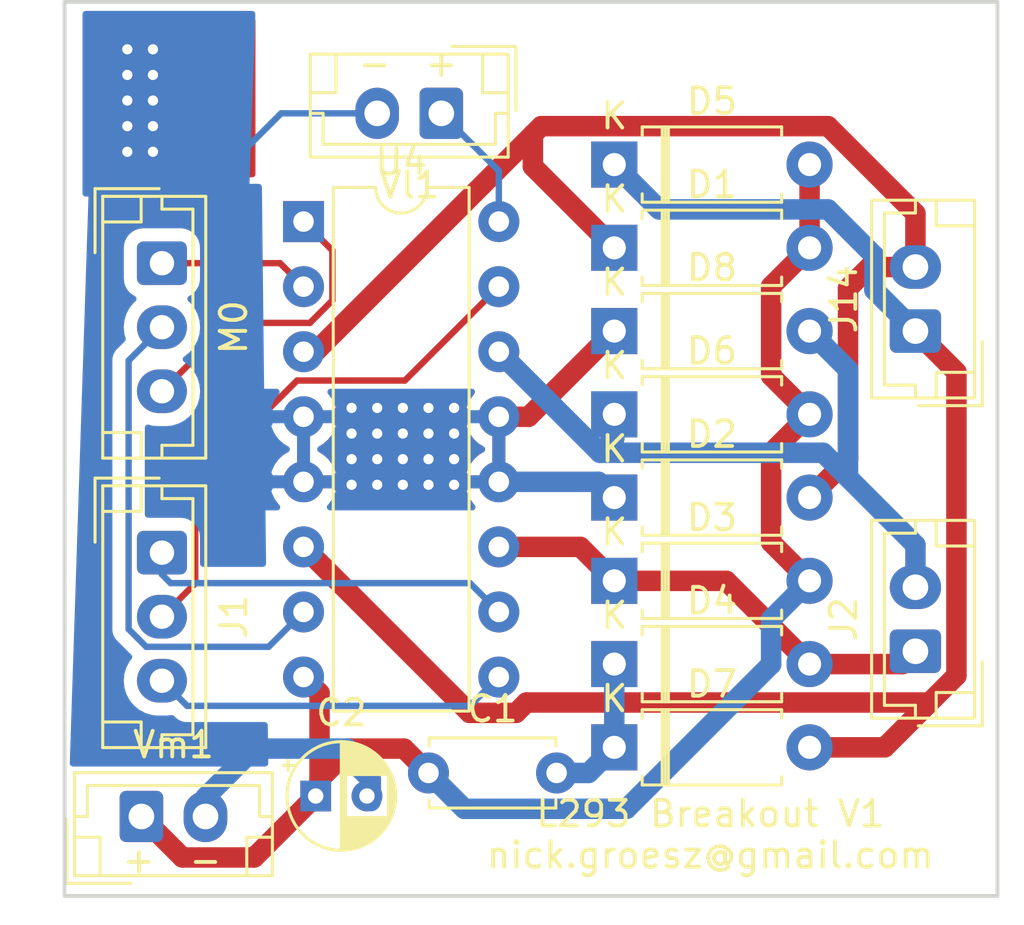
<source format=kicad_pcb>
(kicad_pcb (version 20171130) (host pcbnew 5.1.7-a382d34a8~88~ubuntu18.04.1)

  (general
    (thickness 1.6)
    (drawings 9)
    (tracks 136)
    (zones 0)
    (modules 17)
    (nets 14)
  )

  (page A4)
  (layers
    (0 F.Cu signal)
    (31 B.Cu signal)
    (32 B.Adhes user)
    (33 F.Adhes user)
    (34 B.Paste user)
    (35 F.Paste user)
    (36 B.SilkS user)
    (37 F.SilkS user)
    (38 B.Mask user)
    (39 F.Mask user)
    (40 Dwgs.User user)
    (41 Cmts.User user)
    (42 Eco1.User user)
    (43 Eco2.User user)
    (44 Edge.Cuts user)
    (45 Margin user)
    (46 B.CrtYd user)
    (47 F.CrtYd user)
    (48 B.Fab user)
    (49 F.Fab user)
  )

  (setup
    (last_trace_width 0.25)
    (trace_clearance 0.2)
    (zone_clearance 0.508)
    (zone_45_only no)
    (trace_min 0.2)
    (via_size 0.8)
    (via_drill 0.4)
    (via_min_size 0.4)
    (via_min_drill 0.3)
    (uvia_size 0.3)
    (uvia_drill 0.1)
    (uvias_allowed no)
    (uvia_min_size 0.2)
    (uvia_min_drill 0.1)
    (edge_width 0.05)
    (segment_width 0.2)
    (pcb_text_width 0.3)
    (pcb_text_size 1.5 1.5)
    (mod_edge_width 0.12)
    (mod_text_size 1 1)
    (mod_text_width 0.15)
    (pad_size 1.524 1.524)
    (pad_drill 0.762)
    (pad_to_mask_clearance 0)
    (aux_axis_origin 0 0)
    (visible_elements FFFFFF7F)
    (pcbplotparams
      (layerselection 0x010fc_ffffffff)
      (usegerberextensions false)
      (usegerberattributes true)
      (usegerberadvancedattributes true)
      (creategerberjobfile true)
      (excludeedgelayer true)
      (linewidth 0.100000)
      (plotframeref false)
      (viasonmask false)
      (mode 1)
      (useauxorigin false)
      (hpglpennumber 1)
      (hpglpenspeed 20)
      (hpglpendiameter 15.000000)
      (psnegative false)
      (psa4output false)
      (plotreference true)
      (plotvalue true)
      (plotinvisibletext false)
      (padsonsilk false)
      (subtractmaskfromsilk false)
      (outputformat 1)
      (mirror false)
      (drillshape 1)
      (scaleselection 1)
      (outputdirectory ""))
  )

  (net 0 "")
  (net 1 "Net-(C1-Pad1)")
  (net 2 "Net-(D1-Pad1)")
  (net 3 "Net-(D3-Pad1)")
  (net 4 "Net-(D5-Pad1)")
  (net 5 "Net-(D6-Pad1)")
  (net 6 "Net-(J1-Pad3)")
  (net 7 "Net-(J1-Pad2)")
  (net 8 "Net-(J1-Pad1)")
  (net 9 "Net-(M0-Pad1)")
  (net 10 "Net-(M0-Pad2)")
  (net 11 "Net-(M0-Pad3)")
  (net 12 "Net-(U4-Pad16)")
  (net 13 /GND)

  (net_class Default "This is the default net class."
    (clearance 0.2)
    (trace_width 0.25)
    (via_dia 0.8)
    (via_drill 0.4)
    (uvia_dia 0.3)
    (uvia_drill 0.1)
    (add_net /GND)
    (add_net "Net-(C1-Pad1)")
    (add_net "Net-(D1-Pad1)")
    (add_net "Net-(D3-Pad1)")
    (add_net "Net-(D5-Pad1)")
    (add_net "Net-(D6-Pad1)")
    (add_net "Net-(J1-Pad1)")
    (add_net "Net-(J1-Pad2)")
    (add_net "Net-(J1-Pad3)")
    (add_net "Net-(M0-Pad1)")
    (add_net "Net-(M0-Pad2)")
    (add_net "Net-(M0-Pad3)")
    (add_net "Net-(U4-Pad16)")
  )

  (module Connector_JST:JST_EH_B2B-EH-A_1x02_P2.50mm_Vertical (layer F.Cu) (tedit 5C28142C) (tstamp 61C43AE5)
    (at 97 61.75 180)
    (descr "JST EH series connector, B2B-EH-A (http://www.jst-mfg.com/product/pdf/eng/eEH.pdf), generated with kicad-footprint-generator")
    (tags "connector JST EH vertical")
    (path /61C680C7)
    (fp_text reference Vl1 (at 1.25 -2.8) (layer F.SilkS)
      (effects (font (size 1 1) (thickness 0.15)))
    )
    (fp_text value Conn_01x02_Male (at 1.25 3.4) (layer F.Fab)
      (effects (font (size 1 1) (thickness 0.15)))
    )
    (fp_line (start -2.91 2.61) (end -0.41 2.61) (layer F.Fab) (width 0.1))
    (fp_line (start -2.91 0.11) (end -2.91 2.61) (layer F.Fab) (width 0.1))
    (fp_line (start -2.91 2.61) (end -0.41 2.61) (layer F.SilkS) (width 0.12))
    (fp_line (start -2.91 0.11) (end -2.91 2.61) (layer F.SilkS) (width 0.12))
    (fp_line (start 4.11 0.81) (end 4.11 2.31) (layer F.SilkS) (width 0.12))
    (fp_line (start 5.11 0.81) (end 4.11 0.81) (layer F.SilkS) (width 0.12))
    (fp_line (start -1.61 0.81) (end -1.61 2.31) (layer F.SilkS) (width 0.12))
    (fp_line (start -2.61 0.81) (end -1.61 0.81) (layer F.SilkS) (width 0.12))
    (fp_line (start 4.61 0) (end 5.11 0) (layer F.SilkS) (width 0.12))
    (fp_line (start 4.61 -1.21) (end 4.61 0) (layer F.SilkS) (width 0.12))
    (fp_line (start -2.11 -1.21) (end 4.61 -1.21) (layer F.SilkS) (width 0.12))
    (fp_line (start -2.11 0) (end -2.11 -1.21) (layer F.SilkS) (width 0.12))
    (fp_line (start -2.61 0) (end -2.11 0) (layer F.SilkS) (width 0.12))
    (fp_line (start 5.11 -1.71) (end -2.61 -1.71) (layer F.SilkS) (width 0.12))
    (fp_line (start 5.11 2.31) (end 5.11 -1.71) (layer F.SilkS) (width 0.12))
    (fp_line (start -2.61 2.31) (end 5.11 2.31) (layer F.SilkS) (width 0.12))
    (fp_line (start -2.61 -1.71) (end -2.61 2.31) (layer F.SilkS) (width 0.12))
    (fp_line (start 5.5 -2.1) (end -3 -2.1) (layer F.CrtYd) (width 0.05))
    (fp_line (start 5.5 2.7) (end 5.5 -2.1) (layer F.CrtYd) (width 0.05))
    (fp_line (start -3 2.7) (end 5.5 2.7) (layer F.CrtYd) (width 0.05))
    (fp_line (start -3 -2.1) (end -3 2.7) (layer F.CrtYd) (width 0.05))
    (fp_line (start 5 -1.6) (end -2.5 -1.6) (layer F.Fab) (width 0.1))
    (fp_line (start 5 2.2) (end 5 -1.6) (layer F.Fab) (width 0.1))
    (fp_line (start -2.5 2.2) (end 5 2.2) (layer F.Fab) (width 0.1))
    (fp_line (start -2.5 -1.6) (end -2.5 2.2) (layer F.Fab) (width 0.1))
    (fp_text user %R (at 1.25 1.5) (layer F.Fab)
      (effects (font (size 1 1) (thickness 0.15)))
    )
    (pad 1 thru_hole roundrect (at 0 0 180) (size 1.7 2) (drill 1) (layers *.Cu *.Mask) (roundrect_rratio 0.147059)
      (net 12 "Net-(U4-Pad16)"))
    (pad 2 thru_hole oval (at 2.5 0 180) (size 1.7 2) (drill 1) (layers *.Cu *.Mask)
      (net 13 /GND))
    (model ${KISYS3DMOD}/Connector_JST.3dshapes/JST_EH_B2B-EH-A_1x02_P2.50mm_Vertical.wrl
      (at (xyz 0 0 0))
      (scale (xyz 1 1 1))
      (rotate (xyz 0 0 0))
    )
  )

  (module Connector_JST:JST_EH_B2B-EH-A_1x02_P2.50mm_Vertical (layer F.Cu) (tedit 5C28142C) (tstamp 61C49BF3)
    (at 85.3 89.2)
    (descr "JST EH series connector, B2B-EH-A (http://www.jst-mfg.com/product/pdf/eng/eEH.pdf), generated with kicad-footprint-generator")
    (tags "connector JST EH vertical")
    (path /61C67A1E)
    (fp_text reference Vm1 (at 1.25 -2.8) (layer F.SilkS)
      (effects (font (size 1 1) (thickness 0.15)))
    )
    (fp_text value Conn_01x02_Male (at 1.25 3.4) (layer F.Fab)
      (effects (font (size 1 1) (thickness 0.15)))
    )
    (fp_text user %R (at 1.25 1.5) (layer F.Fab)
      (effects (font (size 1 1) (thickness 0.15)))
    )
    (fp_line (start -2.5 -1.6) (end -2.5 2.2) (layer F.Fab) (width 0.1))
    (fp_line (start -2.5 2.2) (end 5 2.2) (layer F.Fab) (width 0.1))
    (fp_line (start 5 2.2) (end 5 -1.6) (layer F.Fab) (width 0.1))
    (fp_line (start 5 -1.6) (end -2.5 -1.6) (layer F.Fab) (width 0.1))
    (fp_line (start -3 -2.1) (end -3 2.7) (layer F.CrtYd) (width 0.05))
    (fp_line (start -3 2.7) (end 5.5 2.7) (layer F.CrtYd) (width 0.05))
    (fp_line (start 5.5 2.7) (end 5.5 -2.1) (layer F.CrtYd) (width 0.05))
    (fp_line (start 5.5 -2.1) (end -3 -2.1) (layer F.CrtYd) (width 0.05))
    (fp_line (start -2.61 -1.71) (end -2.61 2.31) (layer F.SilkS) (width 0.12))
    (fp_line (start -2.61 2.31) (end 5.11 2.31) (layer F.SilkS) (width 0.12))
    (fp_line (start 5.11 2.31) (end 5.11 -1.71) (layer F.SilkS) (width 0.12))
    (fp_line (start 5.11 -1.71) (end -2.61 -1.71) (layer F.SilkS) (width 0.12))
    (fp_line (start -2.61 0) (end -2.11 0) (layer F.SilkS) (width 0.12))
    (fp_line (start -2.11 0) (end -2.11 -1.21) (layer F.SilkS) (width 0.12))
    (fp_line (start -2.11 -1.21) (end 4.61 -1.21) (layer F.SilkS) (width 0.12))
    (fp_line (start 4.61 -1.21) (end 4.61 0) (layer F.SilkS) (width 0.12))
    (fp_line (start 4.61 0) (end 5.11 0) (layer F.SilkS) (width 0.12))
    (fp_line (start -2.61 0.81) (end -1.61 0.81) (layer F.SilkS) (width 0.12))
    (fp_line (start -1.61 0.81) (end -1.61 2.31) (layer F.SilkS) (width 0.12))
    (fp_line (start 5.11 0.81) (end 4.11 0.81) (layer F.SilkS) (width 0.12))
    (fp_line (start 4.11 0.81) (end 4.11 2.31) (layer F.SilkS) (width 0.12))
    (fp_line (start -2.91 0.11) (end -2.91 2.61) (layer F.SilkS) (width 0.12))
    (fp_line (start -2.91 2.61) (end -0.41 2.61) (layer F.SilkS) (width 0.12))
    (fp_line (start -2.91 0.11) (end -2.91 2.61) (layer F.Fab) (width 0.1))
    (fp_line (start -2.91 2.61) (end -0.41 2.61) (layer F.Fab) (width 0.1))
    (pad 2 thru_hole oval (at 2.5 0) (size 1.7 2) (drill 1) (layers *.Cu *.Mask)
      (net 13 /GND))
    (pad 1 thru_hole roundrect (at 0 0) (size 1.7 2) (drill 1) (layers *.Cu *.Mask) (roundrect_rratio 0.147059)
      (net 1 "Net-(C1-Pad1)"))
    (model ${KISYS3DMOD}/Connector_JST.3dshapes/JST_EH_B2B-EH-A_1x02_P2.50mm_Vertical.wrl
      (at (xyz 0 0 0))
      (scale (xyz 1 1 1))
      (rotate (xyz 0 0 0))
    )
  )

  (module Package_DIP:DIP-16_W7.62mm (layer F.Cu) (tedit 5A02E8C5) (tstamp 61C43AC5)
    (at 91.625001 65.975001)
    (descr "16-lead though-hole mounted DIP package, row spacing 7.62 mm (300 mils)")
    (tags "THT DIP DIL PDIP 2.54mm 7.62mm 300mil")
    (path /61A74B1D)
    (fp_text reference U4 (at 3.81 -2.33) (layer F.SilkS)
      (effects (font (size 1 1) (thickness 0.15)))
    )
    (fp_text value L293D (at 3.81 20.11) (layer F.Fab)
      (effects (font (size 1 1) (thickness 0.15)))
    )
    (fp_line (start 8.7 -1.55) (end -1.1 -1.55) (layer F.CrtYd) (width 0.05))
    (fp_line (start 8.7 19.3) (end 8.7 -1.55) (layer F.CrtYd) (width 0.05))
    (fp_line (start -1.1 19.3) (end 8.7 19.3) (layer F.CrtYd) (width 0.05))
    (fp_line (start -1.1 -1.55) (end -1.1 19.3) (layer F.CrtYd) (width 0.05))
    (fp_line (start 6.46 -1.33) (end 4.81 -1.33) (layer F.SilkS) (width 0.12))
    (fp_line (start 6.46 19.11) (end 6.46 -1.33) (layer F.SilkS) (width 0.12))
    (fp_line (start 1.16 19.11) (end 6.46 19.11) (layer F.SilkS) (width 0.12))
    (fp_line (start 1.16 -1.33) (end 1.16 19.11) (layer F.SilkS) (width 0.12))
    (fp_line (start 2.81 -1.33) (end 1.16 -1.33) (layer F.SilkS) (width 0.12))
    (fp_line (start 0.635 -0.27) (end 1.635 -1.27) (layer F.Fab) (width 0.1))
    (fp_line (start 0.635 19.05) (end 0.635 -0.27) (layer F.Fab) (width 0.1))
    (fp_line (start 6.985 19.05) (end 0.635 19.05) (layer F.Fab) (width 0.1))
    (fp_line (start 6.985 -1.27) (end 6.985 19.05) (layer F.Fab) (width 0.1))
    (fp_line (start 1.635 -1.27) (end 6.985 -1.27) (layer F.Fab) (width 0.1))
    (fp_arc (start 3.81 -1.33) (end 2.81 -1.33) (angle -180) (layer F.SilkS) (width 0.12))
    (fp_text user %R (at 3.81 8.89) (layer F.Fab)
      (effects (font (size 1 1) (thickness 0.15)))
    )
    (pad 1 thru_hole rect (at 0 0) (size 1.6 1.6) (drill 0.8) (layers *.Cu *.Mask)
      (net 11 "Net-(M0-Pad3)"))
    (pad 9 thru_hole oval (at 7.62 17.78) (size 1.6 1.6) (drill 0.8) (layers *.Cu *.Mask)
      (net 6 "Net-(J1-Pad3)"))
    (pad 2 thru_hole oval (at 0 2.54) (size 1.6 1.6) (drill 0.8) (layers *.Cu *.Mask)
      (net 9 "Net-(M0-Pad1)"))
    (pad 10 thru_hole oval (at 7.62 15.24) (size 1.6 1.6) (drill 0.8) (layers *.Cu *.Mask)
      (net 8 "Net-(J1-Pad1)"))
    (pad 3 thru_hole oval (at 0 5.08) (size 1.6 1.6) (drill 0.8) (layers *.Cu *.Mask)
      (net 2 "Net-(D1-Pad1)"))
    (pad 11 thru_hole oval (at 7.62 12.7) (size 1.6 1.6) (drill 0.8) (layers *.Cu *.Mask)
      (net 3 "Net-(D3-Pad1)"))
    (pad 4 thru_hole oval (at 0 7.62) (size 1.6 1.6) (drill 0.8) (layers *.Cu *.Mask)
      (net 13 /GND))
    (pad 12 thru_hole oval (at 7.62 10.16) (size 1.6 1.6) (drill 0.8) (layers *.Cu *.Mask)
      (net 13 /GND))
    (pad 5 thru_hole oval (at 0 10.16) (size 1.6 1.6) (drill 0.8) (layers *.Cu *.Mask)
      (net 13 /GND))
    (pad 13 thru_hole oval (at 7.62 7.62) (size 1.6 1.6) (drill 0.8) (layers *.Cu *.Mask)
      (net 13 /GND))
    (pad 6 thru_hole oval (at 0 12.7) (size 1.6 1.6) (drill 0.8) (layers *.Cu *.Mask)
      (net 4 "Net-(D5-Pad1)"))
    (pad 14 thru_hole oval (at 7.62 5.08) (size 1.6 1.6) (drill 0.8) (layers *.Cu *.Mask)
      (net 5 "Net-(D6-Pad1)"))
    (pad 7 thru_hole oval (at 0 15.24) (size 1.6 1.6) (drill 0.8) (layers *.Cu *.Mask)
      (net 10 "Net-(M0-Pad2)"))
    (pad 15 thru_hole oval (at 7.62 2.54) (size 1.6 1.6) (drill 0.8) (layers *.Cu *.Mask)
      (net 7 "Net-(J1-Pad2)"))
    (pad 8 thru_hole oval (at 0 17.78) (size 1.6 1.6) (drill 0.8) (layers *.Cu *.Mask)
      (net 1 "Net-(C1-Pad1)"))
    (pad 16 thru_hole oval (at 7.62 0) (size 1.6 1.6) (drill 0.8) (layers *.Cu *.Mask)
      (net 12 "Net-(U4-Pad16)"))
    (model ${KISYS3DMOD}/Package_DIP.3dshapes/DIP-16_W7.62mm.wrl
      (at (xyz 0 0 0))
      (scale (xyz 1 1 1))
      (rotate (xyz 0 0 0))
    )
  )

  (module Diode_THT:D_A-405_P7.62mm_Horizontal (layer F.Cu) (tedit 5AE50CD5) (tstamp 61C4737D)
    (at 103.75 83.25)
    (descr "Diode, A-405 series, Axial, Horizontal, pin pitch=7.62mm, , length*diameter=5.2*2.7mm^2, , http://www.diodes.com/_files/packages/A-405.pdf")
    (tags "Diode A-405 series Axial Horizontal pin pitch 7.62mm  length 5.2mm diameter 2.7mm")
    (path /61CA339A)
    (fp_text reference D4 (at 3.81 -2.47) (layer F.SilkS)
      (effects (font (size 1 1) (thickness 0.15)))
    )
    (fp_text value DIODE (at 3.81 2.47) (layer F.Fab)
      (effects (font (size 1 1) (thickness 0.15)))
    )
    (fp_line (start 1.21 -1.35) (end 1.21 1.35) (layer F.Fab) (width 0.1))
    (fp_line (start 1.21 1.35) (end 6.41 1.35) (layer F.Fab) (width 0.1))
    (fp_line (start 6.41 1.35) (end 6.41 -1.35) (layer F.Fab) (width 0.1))
    (fp_line (start 6.41 -1.35) (end 1.21 -1.35) (layer F.Fab) (width 0.1))
    (fp_line (start 0 0) (end 1.21 0) (layer F.Fab) (width 0.1))
    (fp_line (start 7.62 0) (end 6.41 0) (layer F.Fab) (width 0.1))
    (fp_line (start 1.99 -1.35) (end 1.99 1.35) (layer F.Fab) (width 0.1))
    (fp_line (start 2.09 -1.35) (end 2.09 1.35) (layer F.Fab) (width 0.1))
    (fp_line (start 1.89 -1.35) (end 1.89 1.35) (layer F.Fab) (width 0.1))
    (fp_line (start 1.09 -1.14) (end 1.09 -1.47) (layer F.SilkS) (width 0.12))
    (fp_line (start 1.09 -1.47) (end 6.53 -1.47) (layer F.SilkS) (width 0.12))
    (fp_line (start 6.53 -1.47) (end 6.53 -1.14) (layer F.SilkS) (width 0.12))
    (fp_line (start 1.09 1.14) (end 1.09 1.47) (layer F.SilkS) (width 0.12))
    (fp_line (start 1.09 1.47) (end 6.53 1.47) (layer F.SilkS) (width 0.12))
    (fp_line (start 6.53 1.47) (end 6.53 1.14) (layer F.SilkS) (width 0.12))
    (fp_line (start 1.99 -1.47) (end 1.99 1.47) (layer F.SilkS) (width 0.12))
    (fp_line (start 2.11 -1.47) (end 2.11 1.47) (layer F.SilkS) (width 0.12))
    (fp_line (start 1.87 -1.47) (end 1.87 1.47) (layer F.SilkS) (width 0.12))
    (fp_line (start -1.15 -1.6) (end -1.15 1.6) (layer F.CrtYd) (width 0.05))
    (fp_line (start -1.15 1.6) (end 8.77 1.6) (layer F.CrtYd) (width 0.05))
    (fp_line (start 8.77 1.6) (end 8.77 -1.6) (layer F.CrtYd) (width 0.05))
    (fp_line (start 8.77 -1.6) (end -1.15 -1.6) (layer F.CrtYd) (width 0.05))
    (fp_text user %R (at 4.2 0) (layer F.Fab)
      (effects (font (size 1 1) (thickness 0.15)))
    )
    (fp_text user K (at 0 -1.9) (layer F.Fab)
      (effects (font (size 1 1) (thickness 0.15)))
    )
    (fp_text user K (at 0 -1.9) (layer F.SilkS)
      (effects (font (size 1 1) (thickness 0.15)))
    )
    (pad 1 thru_hole rect (at 0 0) (size 1.8 1.8) (drill 0.9) (layers *.Cu *.Mask)
      (net 13 /GND))
    (pad 2 thru_hole oval (at 7.62 0) (size 1.8 1.8) (drill 0.9) (layers *.Cu *.Mask)
      (net 3 "Net-(D3-Pad1)"))
    (model ${KISYS3DMOD}/Diode_THT.3dshapes/D_A-405_P7.62mm_Horizontal.wrl
      (at (xyz 0 0 0))
      (scale (xyz 1 1 1))
      (rotate (xyz 0 0 0))
    )
  )

  (module Diode_THT:D_A-405_P7.62mm_Horizontal (layer F.Cu) (tedit 5AE50CD5) (tstamp 61C4735F)
    (at 103.75 80)
    (descr "Diode, A-405 series, Axial, Horizontal, pin pitch=7.62mm, , length*diameter=5.2*2.7mm^2, , http://www.diodes.com/_files/packages/A-405.pdf")
    (tags "Diode A-405 series Axial Horizontal pin pitch 7.62mm  length 5.2mm diameter 2.7mm")
    (path /61CA3394)
    (fp_text reference D3 (at 3.81 -2.47) (layer F.SilkS)
      (effects (font (size 1 1) (thickness 0.15)))
    )
    (fp_text value DIODE (at 3.81 2.47) (layer F.Fab)
      (effects (font (size 1 1) (thickness 0.15)))
    )
    (fp_line (start 1.21 -1.35) (end 1.21 1.35) (layer F.Fab) (width 0.1))
    (fp_line (start 1.21 1.35) (end 6.41 1.35) (layer F.Fab) (width 0.1))
    (fp_line (start 6.41 1.35) (end 6.41 -1.35) (layer F.Fab) (width 0.1))
    (fp_line (start 6.41 -1.35) (end 1.21 -1.35) (layer F.Fab) (width 0.1))
    (fp_line (start 0 0) (end 1.21 0) (layer F.Fab) (width 0.1))
    (fp_line (start 7.62 0) (end 6.41 0) (layer F.Fab) (width 0.1))
    (fp_line (start 1.99 -1.35) (end 1.99 1.35) (layer F.Fab) (width 0.1))
    (fp_line (start 2.09 -1.35) (end 2.09 1.35) (layer F.Fab) (width 0.1))
    (fp_line (start 1.89 -1.35) (end 1.89 1.35) (layer F.Fab) (width 0.1))
    (fp_line (start 1.09 -1.14) (end 1.09 -1.47) (layer F.SilkS) (width 0.12))
    (fp_line (start 1.09 -1.47) (end 6.53 -1.47) (layer F.SilkS) (width 0.12))
    (fp_line (start 6.53 -1.47) (end 6.53 -1.14) (layer F.SilkS) (width 0.12))
    (fp_line (start 1.09 1.14) (end 1.09 1.47) (layer F.SilkS) (width 0.12))
    (fp_line (start 1.09 1.47) (end 6.53 1.47) (layer F.SilkS) (width 0.12))
    (fp_line (start 6.53 1.47) (end 6.53 1.14) (layer F.SilkS) (width 0.12))
    (fp_line (start 1.99 -1.47) (end 1.99 1.47) (layer F.SilkS) (width 0.12))
    (fp_line (start 2.11 -1.47) (end 2.11 1.47) (layer F.SilkS) (width 0.12))
    (fp_line (start 1.87 -1.47) (end 1.87 1.47) (layer F.SilkS) (width 0.12))
    (fp_line (start -1.15 -1.6) (end -1.15 1.6) (layer F.CrtYd) (width 0.05))
    (fp_line (start -1.15 1.6) (end 8.77 1.6) (layer F.CrtYd) (width 0.05))
    (fp_line (start 8.77 1.6) (end 8.77 -1.6) (layer F.CrtYd) (width 0.05))
    (fp_line (start 8.77 -1.6) (end -1.15 -1.6) (layer F.CrtYd) (width 0.05))
    (fp_text user %R (at 4.2 0) (layer F.Fab)
      (effects (font (size 1 1) (thickness 0.15)))
    )
    (fp_text user K (at 0 -1.9) (layer F.Fab)
      (effects (font (size 1 1) (thickness 0.15)))
    )
    (fp_text user K (at 0 -1.9) (layer F.SilkS)
      (effects (font (size 1 1) (thickness 0.15)))
    )
    (pad 1 thru_hole rect (at 0 0) (size 1.8 1.8) (drill 0.9) (layers *.Cu *.Mask)
      (net 3 "Net-(D3-Pad1)"))
    (pad 2 thru_hole oval (at 7.62 0) (size 1.8 1.8) (drill 0.9) (layers *.Cu *.Mask)
      (net 1 "Net-(C1-Pad1)"))
    (model ${KISYS3DMOD}/Diode_THT.3dshapes/D_A-405_P7.62mm_Horizontal.wrl
      (at (xyz 0 0 0))
      (scale (xyz 1 1 1))
      (rotate (xyz 0 0 0))
    )
  )

  (module Diode_THT:D_A-405_P7.62mm_Horizontal (layer F.Cu) (tedit 5AE50CD5) (tstamp 61C47341)
    (at 103.75 67)
    (descr "Diode, A-405 series, Axial, Horizontal, pin pitch=7.62mm, , length*diameter=5.2*2.7mm^2, , http://www.diodes.com/_files/packages/A-405.pdf")
    (tags "Diode A-405 series Axial Horizontal pin pitch 7.62mm  length 5.2mm diameter 2.7mm")
    (path /61C85884)
    (fp_text reference D1 (at 3.81 -2.47) (layer F.SilkS)
      (effects (font (size 1 1) (thickness 0.15)))
    )
    (fp_text value DIODE (at 3.81 2.47) (layer F.Fab)
      (effects (font (size 1 1) (thickness 0.15)))
    )
    (fp_line (start 1.21 -1.35) (end 1.21 1.35) (layer F.Fab) (width 0.1))
    (fp_line (start 1.21 1.35) (end 6.41 1.35) (layer F.Fab) (width 0.1))
    (fp_line (start 6.41 1.35) (end 6.41 -1.35) (layer F.Fab) (width 0.1))
    (fp_line (start 6.41 -1.35) (end 1.21 -1.35) (layer F.Fab) (width 0.1))
    (fp_line (start 0 0) (end 1.21 0) (layer F.Fab) (width 0.1))
    (fp_line (start 7.62 0) (end 6.41 0) (layer F.Fab) (width 0.1))
    (fp_line (start 1.99 -1.35) (end 1.99 1.35) (layer F.Fab) (width 0.1))
    (fp_line (start 2.09 -1.35) (end 2.09 1.35) (layer F.Fab) (width 0.1))
    (fp_line (start 1.89 -1.35) (end 1.89 1.35) (layer F.Fab) (width 0.1))
    (fp_line (start 1.09 -1.14) (end 1.09 -1.47) (layer F.SilkS) (width 0.12))
    (fp_line (start 1.09 -1.47) (end 6.53 -1.47) (layer F.SilkS) (width 0.12))
    (fp_line (start 6.53 -1.47) (end 6.53 -1.14) (layer F.SilkS) (width 0.12))
    (fp_line (start 1.09 1.14) (end 1.09 1.47) (layer F.SilkS) (width 0.12))
    (fp_line (start 1.09 1.47) (end 6.53 1.47) (layer F.SilkS) (width 0.12))
    (fp_line (start 6.53 1.47) (end 6.53 1.14) (layer F.SilkS) (width 0.12))
    (fp_line (start 1.99 -1.47) (end 1.99 1.47) (layer F.SilkS) (width 0.12))
    (fp_line (start 2.11 -1.47) (end 2.11 1.47) (layer F.SilkS) (width 0.12))
    (fp_line (start 1.87 -1.47) (end 1.87 1.47) (layer F.SilkS) (width 0.12))
    (fp_line (start -1.15 -1.6) (end -1.15 1.6) (layer F.CrtYd) (width 0.05))
    (fp_line (start -1.15 1.6) (end 8.77 1.6) (layer F.CrtYd) (width 0.05))
    (fp_line (start 8.77 1.6) (end 8.77 -1.6) (layer F.CrtYd) (width 0.05))
    (fp_line (start 8.77 -1.6) (end -1.15 -1.6) (layer F.CrtYd) (width 0.05))
    (fp_text user %R (at 4.2 0) (layer F.Fab)
      (effects (font (size 1 1) (thickness 0.15)))
    )
    (fp_text user K (at 0 -1.9) (layer F.Fab)
      (effects (font (size 1 1) (thickness 0.15)))
    )
    (fp_text user K (at 0 -1.9) (layer F.SilkS)
      (effects (font (size 1 1) (thickness 0.15)))
    )
    (pad 1 thru_hole rect (at 0 0) (size 1.8 1.8) (drill 0.9) (layers *.Cu *.Mask)
      (net 2 "Net-(D1-Pad1)"))
    (pad 2 thru_hole oval (at 7.62 0) (size 1.8 1.8) (drill 0.9) (layers *.Cu *.Mask)
      (net 1 "Net-(C1-Pad1)"))
    (model ${KISYS3DMOD}/Diode_THT.3dshapes/D_A-405_P7.62mm_Horizontal.wrl
      (at (xyz 0 0 0))
      (scale (xyz 1 1 1))
      (rotate (xyz 0 0 0))
    )
  )

  (module Diode_THT:D_A-405_P7.62mm_Horizontal (layer F.Cu) (tedit 5AE50CD5) (tstamp 61C47323)
    (at 103.75 73.5)
    (descr "Diode, A-405 series, Axial, Horizontal, pin pitch=7.62mm, , length*diameter=5.2*2.7mm^2, , http://www.diodes.com/_files/packages/A-405.pdf")
    (tags "Diode A-405 series Axial Horizontal pin pitch 7.62mm  length 5.2mm diameter 2.7mm")
    (path /61CA33A0)
    (fp_text reference D6 (at 3.81 -2.47) (layer F.SilkS)
      (effects (font (size 1 1) (thickness 0.15)))
    )
    (fp_text value DIODE (at 3.81 2.47) (layer F.Fab)
      (effects (font (size 1 1) (thickness 0.15)))
    )
    (fp_line (start 1.21 -1.35) (end 1.21 1.35) (layer F.Fab) (width 0.1))
    (fp_line (start 1.21 1.35) (end 6.41 1.35) (layer F.Fab) (width 0.1))
    (fp_line (start 6.41 1.35) (end 6.41 -1.35) (layer F.Fab) (width 0.1))
    (fp_line (start 6.41 -1.35) (end 1.21 -1.35) (layer F.Fab) (width 0.1))
    (fp_line (start 0 0) (end 1.21 0) (layer F.Fab) (width 0.1))
    (fp_line (start 7.62 0) (end 6.41 0) (layer F.Fab) (width 0.1))
    (fp_line (start 1.99 -1.35) (end 1.99 1.35) (layer F.Fab) (width 0.1))
    (fp_line (start 2.09 -1.35) (end 2.09 1.35) (layer F.Fab) (width 0.1))
    (fp_line (start 1.89 -1.35) (end 1.89 1.35) (layer F.Fab) (width 0.1))
    (fp_line (start 1.09 -1.14) (end 1.09 -1.47) (layer F.SilkS) (width 0.12))
    (fp_line (start 1.09 -1.47) (end 6.53 -1.47) (layer F.SilkS) (width 0.12))
    (fp_line (start 6.53 -1.47) (end 6.53 -1.14) (layer F.SilkS) (width 0.12))
    (fp_line (start 1.09 1.14) (end 1.09 1.47) (layer F.SilkS) (width 0.12))
    (fp_line (start 1.09 1.47) (end 6.53 1.47) (layer F.SilkS) (width 0.12))
    (fp_line (start 6.53 1.47) (end 6.53 1.14) (layer F.SilkS) (width 0.12))
    (fp_line (start 1.99 -1.47) (end 1.99 1.47) (layer F.SilkS) (width 0.12))
    (fp_line (start 2.11 -1.47) (end 2.11 1.47) (layer F.SilkS) (width 0.12))
    (fp_line (start 1.87 -1.47) (end 1.87 1.47) (layer F.SilkS) (width 0.12))
    (fp_line (start -1.15 -1.6) (end -1.15 1.6) (layer F.CrtYd) (width 0.05))
    (fp_line (start -1.15 1.6) (end 8.77 1.6) (layer F.CrtYd) (width 0.05))
    (fp_line (start 8.77 1.6) (end 8.77 -1.6) (layer F.CrtYd) (width 0.05))
    (fp_line (start 8.77 -1.6) (end -1.15 -1.6) (layer F.CrtYd) (width 0.05))
    (fp_text user %R (at 4.2 0) (layer F.Fab)
      (effects (font (size 1 1) (thickness 0.15)))
    )
    (fp_text user K (at 0 -1.9) (layer F.Fab)
      (effects (font (size 1 1) (thickness 0.15)))
    )
    (fp_text user K (at 0 -1.9) (layer F.SilkS)
      (effects (font (size 1 1) (thickness 0.15)))
    )
    (pad 1 thru_hole rect (at 0 0) (size 1.8 1.8) (drill 0.9) (layers *.Cu *.Mask)
      (net 5 "Net-(D6-Pad1)"))
    (pad 2 thru_hole oval (at 7.62 0) (size 1.8 1.8) (drill 0.9) (layers *.Cu *.Mask)
      (net 1 "Net-(C1-Pad1)"))
    (model ${KISYS3DMOD}/Diode_THT.3dshapes/D_A-405_P7.62mm_Horizontal.wrl
      (at (xyz 0 0 0))
      (scale (xyz 1 1 1))
      (rotate (xyz 0 0 0))
    )
  )

  (module Diode_THT:D_A-405_P7.62mm_Horizontal (layer F.Cu) (tedit 5AE50CD5) (tstamp 61C47305)
    (at 103.75 63.75)
    (descr "Diode, A-405 series, Axial, Horizontal, pin pitch=7.62mm, , length*diameter=5.2*2.7mm^2, , http://www.diodes.com/_files/packages/A-405.pdf")
    (tags "Diode A-405 series Axial Horizontal pin pitch 7.62mm  length 5.2mm diameter 2.7mm")
    (path /61C8BA79)
    (fp_text reference D5 (at 3.81 -2.47) (layer F.SilkS)
      (effects (font (size 1 1) (thickness 0.15)))
    )
    (fp_text value DIODE (at 3.81 2.47) (layer F.Fab)
      (effects (font (size 1 1) (thickness 0.15)))
    )
    (fp_line (start 1.21 -1.35) (end 1.21 1.35) (layer F.Fab) (width 0.1))
    (fp_line (start 1.21 1.35) (end 6.41 1.35) (layer F.Fab) (width 0.1))
    (fp_line (start 6.41 1.35) (end 6.41 -1.35) (layer F.Fab) (width 0.1))
    (fp_line (start 6.41 -1.35) (end 1.21 -1.35) (layer F.Fab) (width 0.1))
    (fp_line (start 0 0) (end 1.21 0) (layer F.Fab) (width 0.1))
    (fp_line (start 7.62 0) (end 6.41 0) (layer F.Fab) (width 0.1))
    (fp_line (start 1.99 -1.35) (end 1.99 1.35) (layer F.Fab) (width 0.1))
    (fp_line (start 2.09 -1.35) (end 2.09 1.35) (layer F.Fab) (width 0.1))
    (fp_line (start 1.89 -1.35) (end 1.89 1.35) (layer F.Fab) (width 0.1))
    (fp_line (start 1.09 -1.14) (end 1.09 -1.47) (layer F.SilkS) (width 0.12))
    (fp_line (start 1.09 -1.47) (end 6.53 -1.47) (layer F.SilkS) (width 0.12))
    (fp_line (start 6.53 -1.47) (end 6.53 -1.14) (layer F.SilkS) (width 0.12))
    (fp_line (start 1.09 1.14) (end 1.09 1.47) (layer F.SilkS) (width 0.12))
    (fp_line (start 1.09 1.47) (end 6.53 1.47) (layer F.SilkS) (width 0.12))
    (fp_line (start 6.53 1.47) (end 6.53 1.14) (layer F.SilkS) (width 0.12))
    (fp_line (start 1.99 -1.47) (end 1.99 1.47) (layer F.SilkS) (width 0.12))
    (fp_line (start 2.11 -1.47) (end 2.11 1.47) (layer F.SilkS) (width 0.12))
    (fp_line (start 1.87 -1.47) (end 1.87 1.47) (layer F.SilkS) (width 0.12))
    (fp_line (start -1.15 -1.6) (end -1.15 1.6) (layer F.CrtYd) (width 0.05))
    (fp_line (start -1.15 1.6) (end 8.77 1.6) (layer F.CrtYd) (width 0.05))
    (fp_line (start 8.77 1.6) (end 8.77 -1.6) (layer F.CrtYd) (width 0.05))
    (fp_line (start 8.77 -1.6) (end -1.15 -1.6) (layer F.CrtYd) (width 0.05))
    (fp_text user %R (at 4.2 0) (layer F.Fab)
      (effects (font (size 1 1) (thickness 0.15)))
    )
    (fp_text user K (at 0 -1.9) (layer F.Fab)
      (effects (font (size 1 1) (thickness 0.15)))
    )
    (fp_text user K (at 0 -1.9) (layer F.SilkS)
      (effects (font (size 1 1) (thickness 0.15)))
    )
    (pad 1 thru_hole rect (at 0 0) (size 1.8 1.8) (drill 0.9) (layers *.Cu *.Mask)
      (net 4 "Net-(D5-Pad1)"))
    (pad 2 thru_hole oval (at 7.62 0) (size 1.8 1.8) (drill 0.9) (layers *.Cu *.Mask)
      (net 1 "Net-(C1-Pad1)"))
    (model ${KISYS3DMOD}/Diode_THT.3dshapes/D_A-405_P7.62mm_Horizontal.wrl
      (at (xyz 0 0 0))
      (scale (xyz 1 1 1))
      (rotate (xyz 0 0 0))
    )
  )

  (module Diode_THT:D_A-405_P7.62mm_Horizontal (layer F.Cu) (tedit 5AE50CD5) (tstamp 61C472E7)
    (at 103.75 70.25)
    (descr "Diode, A-405 series, Axial, Horizontal, pin pitch=7.62mm, , length*diameter=5.2*2.7mm^2, , http://www.diodes.com/_files/packages/A-405.pdf")
    (tags "Diode A-405 series Axial Horizontal pin pitch 7.62mm  length 5.2mm diameter 2.7mm")
    (path /61CA33A6)
    (fp_text reference D8 (at 3.81 -2.47) (layer F.SilkS)
      (effects (font (size 1 1) (thickness 0.15)))
    )
    (fp_text value DIODE (at 3.81 2.47) (layer F.Fab)
      (effects (font (size 1 1) (thickness 0.15)))
    )
    (fp_line (start 1.21 -1.35) (end 1.21 1.35) (layer F.Fab) (width 0.1))
    (fp_line (start 1.21 1.35) (end 6.41 1.35) (layer F.Fab) (width 0.1))
    (fp_line (start 6.41 1.35) (end 6.41 -1.35) (layer F.Fab) (width 0.1))
    (fp_line (start 6.41 -1.35) (end 1.21 -1.35) (layer F.Fab) (width 0.1))
    (fp_line (start 0 0) (end 1.21 0) (layer F.Fab) (width 0.1))
    (fp_line (start 7.62 0) (end 6.41 0) (layer F.Fab) (width 0.1))
    (fp_line (start 1.99 -1.35) (end 1.99 1.35) (layer F.Fab) (width 0.1))
    (fp_line (start 2.09 -1.35) (end 2.09 1.35) (layer F.Fab) (width 0.1))
    (fp_line (start 1.89 -1.35) (end 1.89 1.35) (layer F.Fab) (width 0.1))
    (fp_line (start 1.09 -1.14) (end 1.09 -1.47) (layer F.SilkS) (width 0.12))
    (fp_line (start 1.09 -1.47) (end 6.53 -1.47) (layer F.SilkS) (width 0.12))
    (fp_line (start 6.53 -1.47) (end 6.53 -1.14) (layer F.SilkS) (width 0.12))
    (fp_line (start 1.09 1.14) (end 1.09 1.47) (layer F.SilkS) (width 0.12))
    (fp_line (start 1.09 1.47) (end 6.53 1.47) (layer F.SilkS) (width 0.12))
    (fp_line (start 6.53 1.47) (end 6.53 1.14) (layer F.SilkS) (width 0.12))
    (fp_line (start 1.99 -1.47) (end 1.99 1.47) (layer F.SilkS) (width 0.12))
    (fp_line (start 2.11 -1.47) (end 2.11 1.47) (layer F.SilkS) (width 0.12))
    (fp_line (start 1.87 -1.47) (end 1.87 1.47) (layer F.SilkS) (width 0.12))
    (fp_line (start -1.15 -1.6) (end -1.15 1.6) (layer F.CrtYd) (width 0.05))
    (fp_line (start -1.15 1.6) (end 8.77 1.6) (layer F.CrtYd) (width 0.05))
    (fp_line (start 8.77 1.6) (end 8.77 -1.6) (layer F.CrtYd) (width 0.05))
    (fp_line (start 8.77 -1.6) (end -1.15 -1.6) (layer F.CrtYd) (width 0.05))
    (fp_text user %R (at 4.2 0) (layer F.Fab)
      (effects (font (size 1 1) (thickness 0.15)))
    )
    (fp_text user K (at 0 -1.9) (layer F.Fab)
      (effects (font (size 1 1) (thickness 0.15)))
    )
    (fp_text user K (at 0 -1.9) (layer F.SilkS)
      (effects (font (size 1 1) (thickness 0.15)))
    )
    (pad 1 thru_hole rect (at 0 0) (size 1.8 1.8) (drill 0.9) (layers *.Cu *.Mask)
      (net 13 /GND))
    (pad 2 thru_hole oval (at 7.62 0) (size 1.8 1.8) (drill 0.9) (layers *.Cu *.Mask)
      (net 5 "Net-(D6-Pad1)"))
    (model ${KISYS3DMOD}/Diode_THT.3dshapes/D_A-405_P7.62mm_Horizontal.wrl
      (at (xyz 0 0 0))
      (scale (xyz 1 1 1))
      (rotate (xyz 0 0 0))
    )
  )

  (module Diode_THT:D_A-405_P7.62mm_Horizontal (layer F.Cu) (tedit 5AE50CD5) (tstamp 61C472C9)
    (at 103.75 76.75)
    (descr "Diode, A-405 series, Axial, Horizontal, pin pitch=7.62mm, , length*diameter=5.2*2.7mm^2, , http://www.diodes.com/_files/packages/A-405.pdf")
    (tags "Diode A-405 series Axial Horizontal pin pitch 7.62mm  length 5.2mm diameter 2.7mm")
    (path /61C86112)
    (fp_text reference D2 (at 3.81 -2.47) (layer F.SilkS)
      (effects (font (size 1 1) (thickness 0.15)))
    )
    (fp_text value DIODE (at 3.81 2.47) (layer F.Fab)
      (effects (font (size 1 1) (thickness 0.15)))
    )
    (fp_line (start 1.21 -1.35) (end 1.21 1.35) (layer F.Fab) (width 0.1))
    (fp_line (start 1.21 1.35) (end 6.41 1.35) (layer F.Fab) (width 0.1))
    (fp_line (start 6.41 1.35) (end 6.41 -1.35) (layer F.Fab) (width 0.1))
    (fp_line (start 6.41 -1.35) (end 1.21 -1.35) (layer F.Fab) (width 0.1))
    (fp_line (start 0 0) (end 1.21 0) (layer F.Fab) (width 0.1))
    (fp_line (start 7.62 0) (end 6.41 0) (layer F.Fab) (width 0.1))
    (fp_line (start 1.99 -1.35) (end 1.99 1.35) (layer F.Fab) (width 0.1))
    (fp_line (start 2.09 -1.35) (end 2.09 1.35) (layer F.Fab) (width 0.1))
    (fp_line (start 1.89 -1.35) (end 1.89 1.35) (layer F.Fab) (width 0.1))
    (fp_line (start 1.09 -1.14) (end 1.09 -1.47) (layer F.SilkS) (width 0.12))
    (fp_line (start 1.09 -1.47) (end 6.53 -1.47) (layer F.SilkS) (width 0.12))
    (fp_line (start 6.53 -1.47) (end 6.53 -1.14) (layer F.SilkS) (width 0.12))
    (fp_line (start 1.09 1.14) (end 1.09 1.47) (layer F.SilkS) (width 0.12))
    (fp_line (start 1.09 1.47) (end 6.53 1.47) (layer F.SilkS) (width 0.12))
    (fp_line (start 6.53 1.47) (end 6.53 1.14) (layer F.SilkS) (width 0.12))
    (fp_line (start 1.99 -1.47) (end 1.99 1.47) (layer F.SilkS) (width 0.12))
    (fp_line (start 2.11 -1.47) (end 2.11 1.47) (layer F.SilkS) (width 0.12))
    (fp_line (start 1.87 -1.47) (end 1.87 1.47) (layer F.SilkS) (width 0.12))
    (fp_line (start -1.15 -1.6) (end -1.15 1.6) (layer F.CrtYd) (width 0.05))
    (fp_line (start -1.15 1.6) (end 8.77 1.6) (layer F.CrtYd) (width 0.05))
    (fp_line (start 8.77 1.6) (end 8.77 -1.6) (layer F.CrtYd) (width 0.05))
    (fp_line (start 8.77 -1.6) (end -1.15 -1.6) (layer F.CrtYd) (width 0.05))
    (fp_text user %R (at 4.2 0) (layer F.Fab)
      (effects (font (size 1 1) (thickness 0.15)))
    )
    (fp_text user K (at 0 -1.9) (layer F.Fab)
      (effects (font (size 1 1) (thickness 0.15)))
    )
    (fp_text user K (at 0 -1.9) (layer F.SilkS)
      (effects (font (size 1 1) (thickness 0.15)))
    )
    (pad 1 thru_hole rect (at 0 0) (size 1.8 1.8) (drill 0.9) (layers *.Cu *.Mask)
      (net 13 /GND))
    (pad 2 thru_hole oval (at 7.62 0) (size 1.8 1.8) (drill 0.9) (layers *.Cu *.Mask)
      (net 2 "Net-(D1-Pad1)"))
    (model ${KISYS3DMOD}/Diode_THT.3dshapes/D_A-405_P7.62mm_Horizontal.wrl
      (at (xyz 0 0 0))
      (scale (xyz 1 1 1))
      (rotate (xyz 0 0 0))
    )
  )

  (module Diode_THT:D_A-405_P7.62mm_Horizontal (layer F.Cu) (tedit 5AE50CD5) (tstamp 61C472AB)
    (at 103.75 86.5)
    (descr "Diode, A-405 series, Axial, Horizontal, pin pitch=7.62mm, , length*diameter=5.2*2.7mm^2, , http://www.diodes.com/_files/packages/A-405.pdf")
    (tags "Diode A-405 series Axial Horizontal pin pitch 7.62mm  length 5.2mm diameter 2.7mm")
    (path /61C8BA7F)
    (fp_text reference D7 (at 3.81 -2.47) (layer F.SilkS)
      (effects (font (size 1 1) (thickness 0.15)))
    )
    (fp_text value DIODE (at 3.81 2.47) (layer F.Fab)
      (effects (font (size 1 1) (thickness 0.15)))
    )
    (fp_line (start 1.21 -1.35) (end 1.21 1.35) (layer F.Fab) (width 0.1))
    (fp_line (start 1.21 1.35) (end 6.41 1.35) (layer F.Fab) (width 0.1))
    (fp_line (start 6.41 1.35) (end 6.41 -1.35) (layer F.Fab) (width 0.1))
    (fp_line (start 6.41 -1.35) (end 1.21 -1.35) (layer F.Fab) (width 0.1))
    (fp_line (start 0 0) (end 1.21 0) (layer F.Fab) (width 0.1))
    (fp_line (start 7.62 0) (end 6.41 0) (layer F.Fab) (width 0.1))
    (fp_line (start 1.99 -1.35) (end 1.99 1.35) (layer F.Fab) (width 0.1))
    (fp_line (start 2.09 -1.35) (end 2.09 1.35) (layer F.Fab) (width 0.1))
    (fp_line (start 1.89 -1.35) (end 1.89 1.35) (layer F.Fab) (width 0.1))
    (fp_line (start 1.09 -1.14) (end 1.09 -1.47) (layer F.SilkS) (width 0.12))
    (fp_line (start 1.09 -1.47) (end 6.53 -1.47) (layer F.SilkS) (width 0.12))
    (fp_line (start 6.53 -1.47) (end 6.53 -1.14) (layer F.SilkS) (width 0.12))
    (fp_line (start 1.09 1.14) (end 1.09 1.47) (layer F.SilkS) (width 0.12))
    (fp_line (start 1.09 1.47) (end 6.53 1.47) (layer F.SilkS) (width 0.12))
    (fp_line (start 6.53 1.47) (end 6.53 1.14) (layer F.SilkS) (width 0.12))
    (fp_line (start 1.99 -1.47) (end 1.99 1.47) (layer F.SilkS) (width 0.12))
    (fp_line (start 2.11 -1.47) (end 2.11 1.47) (layer F.SilkS) (width 0.12))
    (fp_line (start 1.87 -1.47) (end 1.87 1.47) (layer F.SilkS) (width 0.12))
    (fp_line (start -1.15 -1.6) (end -1.15 1.6) (layer F.CrtYd) (width 0.05))
    (fp_line (start -1.15 1.6) (end 8.77 1.6) (layer F.CrtYd) (width 0.05))
    (fp_line (start 8.77 1.6) (end 8.77 -1.6) (layer F.CrtYd) (width 0.05))
    (fp_line (start 8.77 -1.6) (end -1.15 -1.6) (layer F.CrtYd) (width 0.05))
    (fp_text user %R (at 4.2 0) (layer F.Fab)
      (effects (font (size 1 1) (thickness 0.15)))
    )
    (fp_text user K (at 0 -1.9) (layer F.Fab)
      (effects (font (size 1 1) (thickness 0.15)))
    )
    (fp_text user K (at 0 -1.9) (layer F.SilkS)
      (effects (font (size 1 1) (thickness 0.15)))
    )
    (pad 1 thru_hole rect (at 0 0) (size 1.8 1.8) (drill 0.9) (layers *.Cu *.Mask)
      (net 13 /GND))
    (pad 2 thru_hole oval (at 7.62 0) (size 1.8 1.8) (drill 0.9) (layers *.Cu *.Mask)
      (net 4 "Net-(D5-Pad1)"))
    (model ${KISYS3DMOD}/Diode_THT.3dshapes/D_A-405_P7.62mm_Horizontal.wrl
      (at (xyz 0 0 0))
      (scale (xyz 1 1 1))
      (rotate (xyz 0 0 0))
    )
  )

  (module Connector_JST:JST_EH_B3B-EH-A_1x03_P2.50mm_Vertical (layer F.Cu) (tedit 5C28142C) (tstamp 61C43AA1)
    (at 86.1 67.6 270)
    (descr "JST EH series connector, B3B-EH-A (http://www.jst-mfg.com/product/pdf/eng/eEH.pdf), generated with kicad-footprint-generator")
    (tags "connector JST EH vertical")
    (path /61C68D97)
    (fp_text reference M0 (at 2.5 -2.8 90) (layer F.SilkS)
      (effects (font (size 1 1) (thickness 0.15)))
    )
    (fp_text value Conn_01x03_Male (at 2.5 3.4 90) (layer F.Fab)
      (effects (font (size 1 1) (thickness 0.15)))
    )
    (fp_text user %R (at 2.4 0.7 90) (layer F.Fab)
      (effects (font (size 1 1) (thickness 0.15)))
    )
    (fp_line (start -2.5 -1.6) (end -2.5 2.2) (layer F.Fab) (width 0.1))
    (fp_line (start -2.5 2.2) (end 7.5 2.2) (layer F.Fab) (width 0.1))
    (fp_line (start 7.5 2.2) (end 7.5 -1.6) (layer F.Fab) (width 0.1))
    (fp_line (start 7.5 -1.6) (end -2.5 -1.6) (layer F.Fab) (width 0.1))
    (fp_line (start -3 -2.1) (end -3 2.7) (layer F.CrtYd) (width 0.05))
    (fp_line (start -3 2.7) (end 8 2.7) (layer F.CrtYd) (width 0.05))
    (fp_line (start 8 2.7) (end 8 -2.1) (layer F.CrtYd) (width 0.05))
    (fp_line (start 8 -2.1) (end -3 -2.1) (layer F.CrtYd) (width 0.05))
    (fp_line (start -2.61 -1.71) (end -2.61 2.31) (layer F.SilkS) (width 0.12))
    (fp_line (start -2.61 2.31) (end 7.61 2.31) (layer F.SilkS) (width 0.12))
    (fp_line (start 7.61 2.31) (end 7.61 -1.71) (layer F.SilkS) (width 0.12))
    (fp_line (start 7.61 -1.71) (end -2.61 -1.71) (layer F.SilkS) (width 0.12))
    (fp_line (start -2.61 0) (end -2.11 0) (layer F.SilkS) (width 0.12))
    (fp_line (start -2.11 0) (end -2.11 -1.21) (layer F.SilkS) (width 0.12))
    (fp_line (start -2.11 -1.21) (end 7.11 -1.21) (layer F.SilkS) (width 0.12))
    (fp_line (start 7.11 -1.21) (end 7.11 0) (layer F.SilkS) (width 0.12))
    (fp_line (start 7.11 0) (end 7.61 0) (layer F.SilkS) (width 0.12))
    (fp_line (start -2.61 0.81) (end -1.61 0.81) (layer F.SilkS) (width 0.12))
    (fp_line (start -1.61 0.81) (end -1.61 2.31) (layer F.SilkS) (width 0.12))
    (fp_line (start 7.61 0.81) (end 6.61 0.81) (layer F.SilkS) (width 0.12))
    (fp_line (start 6.61 0.81) (end 6.61 2.31) (layer F.SilkS) (width 0.12))
    (fp_line (start -2.91 0.11) (end -2.91 2.61) (layer F.SilkS) (width 0.12))
    (fp_line (start -2.91 2.61) (end -0.41 2.61) (layer F.SilkS) (width 0.12))
    (fp_line (start -2.91 0.11) (end -2.91 2.61) (layer F.Fab) (width 0.1))
    (fp_line (start -2.91 2.61) (end -0.41 2.61) (layer F.Fab) (width 0.1))
    (pad 3 thru_hole oval (at 5 0 270) (size 1.7 1.95) (drill 0.95) (layers *.Cu *.Mask)
      (net 11 "Net-(M0-Pad3)"))
    (pad 2 thru_hole oval (at 2.5 0 270) (size 1.7 1.95) (drill 0.95) (layers *.Cu *.Mask)
      (net 10 "Net-(M0-Pad2)"))
    (pad 1 thru_hole roundrect (at 0 0 270) (size 1.7 1.95) (drill 0.95) (layers *.Cu *.Mask) (roundrect_rratio 0.147059)
      (net 9 "Net-(M0-Pad1)"))
    (model ${KISYS3DMOD}/Connector_JST.3dshapes/JST_EH_B3B-EH-A_1x03_P2.50mm_Vertical.wrl
      (at (xyz 0 0 0))
      (scale (xyz 1 1 1))
      (rotate (xyz 0 0 0))
    )
  )

  (module Connector_JST:JST_EH_B3B-EH-A_1x03_P2.50mm_Vertical (layer F.Cu) (tedit 5C28142C) (tstamp 61C43A26)
    (at 86.1 78.9 270)
    (descr "JST EH series connector, B3B-EH-A (http://www.jst-mfg.com/product/pdf/eng/eEH.pdf), generated with kicad-footprint-generator")
    (tags "connector JST EH vertical")
    (path /61C692AB)
    (fp_text reference J1 (at 2.5 -2.8 90) (layer F.SilkS)
      (effects (font (size 1 1) (thickness 0.15)))
    )
    (fp_text value Conn_01x03_Male (at 2.5 3.4 90) (layer F.Fab)
      (effects (font (size 1 1) (thickness 0.15)))
    )
    (fp_text user %R (at 2.5 1.5 90) (layer F.Fab)
      (effects (font (size 1 1) (thickness 0.15)))
    )
    (fp_line (start -2.5 -1.6) (end -2.5 2.2) (layer F.Fab) (width 0.1))
    (fp_line (start -2.5 2.2) (end 7.5 2.2) (layer F.Fab) (width 0.1))
    (fp_line (start 7.5 2.2) (end 7.5 -1.6) (layer F.Fab) (width 0.1))
    (fp_line (start 7.5 -1.6) (end -2.5 -1.6) (layer F.Fab) (width 0.1))
    (fp_line (start -3 -2.1) (end -3 2.7) (layer F.CrtYd) (width 0.05))
    (fp_line (start -3 2.7) (end 8 2.7) (layer F.CrtYd) (width 0.05))
    (fp_line (start 8 2.7) (end 8 -2.1) (layer F.CrtYd) (width 0.05))
    (fp_line (start 8 -2.1) (end -3 -2.1) (layer F.CrtYd) (width 0.05))
    (fp_line (start -2.61 -1.71) (end -2.61 2.31) (layer F.SilkS) (width 0.12))
    (fp_line (start -2.61 2.31) (end 7.61 2.31) (layer F.SilkS) (width 0.12))
    (fp_line (start 7.61 2.31) (end 7.61 -1.71) (layer F.SilkS) (width 0.12))
    (fp_line (start 7.61 -1.71) (end -2.61 -1.71) (layer F.SilkS) (width 0.12))
    (fp_line (start -2.61 0) (end -2.11 0) (layer F.SilkS) (width 0.12))
    (fp_line (start -2.11 0) (end -2.11 -1.21) (layer F.SilkS) (width 0.12))
    (fp_line (start -2.11 -1.21) (end 7.11 -1.21) (layer F.SilkS) (width 0.12))
    (fp_line (start 7.11 -1.21) (end 7.11 0) (layer F.SilkS) (width 0.12))
    (fp_line (start 7.11 0) (end 7.61 0) (layer F.SilkS) (width 0.12))
    (fp_line (start -2.61 0.81) (end -1.61 0.81) (layer F.SilkS) (width 0.12))
    (fp_line (start -1.61 0.81) (end -1.61 2.31) (layer F.SilkS) (width 0.12))
    (fp_line (start 7.61 0.81) (end 6.61 0.81) (layer F.SilkS) (width 0.12))
    (fp_line (start 6.61 0.81) (end 6.61 2.31) (layer F.SilkS) (width 0.12))
    (fp_line (start -2.91 0.11) (end -2.91 2.61) (layer F.SilkS) (width 0.12))
    (fp_line (start -2.91 2.61) (end -0.41 2.61) (layer F.SilkS) (width 0.12))
    (fp_line (start -2.91 0.11) (end -2.91 2.61) (layer F.Fab) (width 0.1))
    (fp_line (start -2.91 2.61) (end -0.41 2.61) (layer F.Fab) (width 0.1))
    (pad 3 thru_hole oval (at 5 0 270) (size 1.7 1.95) (drill 0.95) (layers *.Cu *.Mask)
      (net 6 "Net-(J1-Pad3)"))
    (pad 2 thru_hole oval (at 2.5 0 270) (size 1.7 1.95) (drill 0.95) (layers *.Cu *.Mask)
      (net 7 "Net-(J1-Pad2)"))
    (pad 1 thru_hole roundrect (at 0 0 270) (size 1.7 1.95) (drill 0.95) (layers *.Cu *.Mask) (roundrect_rratio 0.147059)
      (net 8 "Net-(J1-Pad1)"))
    (model ${KISYS3DMOD}/Connector_JST.3dshapes/JST_EH_B3B-EH-A_1x03_P2.50mm_Vertical.wrl
      (at (xyz 0 0 0))
      (scale (xyz 1 1 1))
      (rotate (xyz 0 0 0))
    )
  )

  (module Capacitor_THT:C_Disc_D4.7mm_W2.5mm_P5.00mm (layer F.Cu) (tedit 5AE50EF0) (tstamp 61C43887)
    (at 96.5 87.5)
    (descr "C, Disc series, Radial, pin pitch=5.00mm, , diameter*width=4.7*2.5mm^2, Capacitor, http://www.vishay.com/docs/45233/krseries.pdf")
    (tags "C Disc series Radial pin pitch 5.00mm  diameter 4.7mm width 2.5mm Capacitor")
    (path /61CC1C93)
    (fp_text reference C1 (at 2.5 -2.5) (layer F.SilkS)
      (effects (font (size 1 1) (thickness 0.15)))
    )
    (fp_text value C (at 2.5 2.5) (layer F.Fab)
      (effects (font (size 1 1) (thickness 0.15)))
    )
    (fp_line (start 6.05 -1.5) (end -1.05 -1.5) (layer F.CrtYd) (width 0.05))
    (fp_line (start 6.05 1.5) (end 6.05 -1.5) (layer F.CrtYd) (width 0.05))
    (fp_line (start -1.05 1.5) (end 6.05 1.5) (layer F.CrtYd) (width 0.05))
    (fp_line (start -1.05 -1.5) (end -1.05 1.5) (layer F.CrtYd) (width 0.05))
    (fp_line (start 4.97 1.055) (end 4.97 1.37) (layer F.SilkS) (width 0.12))
    (fp_line (start 4.97 -1.37) (end 4.97 -1.055) (layer F.SilkS) (width 0.12))
    (fp_line (start 0.03 1.055) (end 0.03 1.37) (layer F.SilkS) (width 0.12))
    (fp_line (start 0.03 -1.37) (end 0.03 -1.055) (layer F.SilkS) (width 0.12))
    (fp_line (start 0.03 1.37) (end 4.97 1.37) (layer F.SilkS) (width 0.12))
    (fp_line (start 0.03 -1.37) (end 4.97 -1.37) (layer F.SilkS) (width 0.12))
    (fp_line (start 4.85 -1.25) (end 0.15 -1.25) (layer F.Fab) (width 0.1))
    (fp_line (start 4.85 1.25) (end 4.85 -1.25) (layer F.Fab) (width 0.1))
    (fp_line (start 0.15 1.25) (end 4.85 1.25) (layer F.Fab) (width 0.1))
    (fp_line (start 0.15 -1.25) (end 0.15 1.25) (layer F.Fab) (width 0.1))
    (fp_text user %R (at 2.5 0) (layer F.Fab)
      (effects (font (size 0.94 0.94) (thickness 0.141)))
    )
    (pad 1 thru_hole circle (at 0 0) (size 1.6 1.6) (drill 0.8) (layers *.Cu *.Mask)
      (net 1 "Net-(C1-Pad1)"))
    (pad 2 thru_hole circle (at 5 0) (size 1.6 1.6) (drill 0.8) (layers *.Cu *.Mask)
      (net 13 /GND))
    (model ${KISYS3DMOD}/Capacitor_THT.3dshapes/C_Disc_D4.7mm_W2.5mm_P5.00mm.wrl
      (at (xyz 0 0 0))
      (scale (xyz 1 1 1))
      (rotate (xyz 0 0 0))
    )
  )

  (module Capacitor_THT:CP_Radial_D4.0mm_P2.00mm (layer F.Cu) (tedit 5AE50EF0) (tstamp 61C438F3)
    (at 92.1 88.4)
    (descr "CP, Radial series, Radial, pin pitch=2.00mm, , diameter=4mm, Electrolytic Capacitor")
    (tags "CP Radial series Radial pin pitch 2.00mm  diameter 4mm Electrolytic Capacitor")
    (path /61CC24E2)
    (fp_text reference C2 (at 1 -3.25) (layer F.SilkS)
      (effects (font (size 1 1) (thickness 0.15)))
    )
    (fp_text value C (at 1 3.25) (layer F.Fab)
      (effects (font (size 1 1) (thickness 0.15)))
    )
    (fp_line (start -1.069801 -1.395) (end -1.069801 -0.995) (layer F.SilkS) (width 0.12))
    (fp_line (start -1.269801 -1.195) (end -0.869801 -1.195) (layer F.SilkS) (width 0.12))
    (fp_line (start 3.081 -0.37) (end 3.081 0.37) (layer F.SilkS) (width 0.12))
    (fp_line (start 3.041 -0.537) (end 3.041 0.537) (layer F.SilkS) (width 0.12))
    (fp_line (start 3.001 -0.664) (end 3.001 0.664) (layer F.SilkS) (width 0.12))
    (fp_line (start 2.961 -0.768) (end 2.961 0.768) (layer F.SilkS) (width 0.12))
    (fp_line (start 2.921 -0.859) (end 2.921 0.859) (layer F.SilkS) (width 0.12))
    (fp_line (start 2.881 -0.94) (end 2.881 0.94) (layer F.SilkS) (width 0.12))
    (fp_line (start 2.841 -1.013) (end 2.841 1.013) (layer F.SilkS) (width 0.12))
    (fp_line (start 2.801 0.84) (end 2.801 1.08) (layer F.SilkS) (width 0.12))
    (fp_line (start 2.801 -1.08) (end 2.801 -0.84) (layer F.SilkS) (width 0.12))
    (fp_line (start 2.761 0.84) (end 2.761 1.142) (layer F.SilkS) (width 0.12))
    (fp_line (start 2.761 -1.142) (end 2.761 -0.84) (layer F.SilkS) (width 0.12))
    (fp_line (start 2.721 0.84) (end 2.721 1.2) (layer F.SilkS) (width 0.12))
    (fp_line (start 2.721 -1.2) (end 2.721 -0.84) (layer F.SilkS) (width 0.12))
    (fp_line (start 2.681 0.84) (end 2.681 1.254) (layer F.SilkS) (width 0.12))
    (fp_line (start 2.681 -1.254) (end 2.681 -0.84) (layer F.SilkS) (width 0.12))
    (fp_line (start 2.641 0.84) (end 2.641 1.304) (layer F.SilkS) (width 0.12))
    (fp_line (start 2.641 -1.304) (end 2.641 -0.84) (layer F.SilkS) (width 0.12))
    (fp_line (start 2.601 0.84) (end 2.601 1.351) (layer F.SilkS) (width 0.12))
    (fp_line (start 2.601 -1.351) (end 2.601 -0.84) (layer F.SilkS) (width 0.12))
    (fp_line (start 2.561 0.84) (end 2.561 1.396) (layer F.SilkS) (width 0.12))
    (fp_line (start 2.561 -1.396) (end 2.561 -0.84) (layer F.SilkS) (width 0.12))
    (fp_line (start 2.521 0.84) (end 2.521 1.438) (layer F.SilkS) (width 0.12))
    (fp_line (start 2.521 -1.438) (end 2.521 -0.84) (layer F.SilkS) (width 0.12))
    (fp_line (start 2.481 0.84) (end 2.481 1.478) (layer F.SilkS) (width 0.12))
    (fp_line (start 2.481 -1.478) (end 2.481 -0.84) (layer F.SilkS) (width 0.12))
    (fp_line (start 2.441 0.84) (end 2.441 1.516) (layer F.SilkS) (width 0.12))
    (fp_line (start 2.441 -1.516) (end 2.441 -0.84) (layer F.SilkS) (width 0.12))
    (fp_line (start 2.401 0.84) (end 2.401 1.552) (layer F.SilkS) (width 0.12))
    (fp_line (start 2.401 -1.552) (end 2.401 -0.84) (layer F.SilkS) (width 0.12))
    (fp_line (start 2.361 0.84) (end 2.361 1.587) (layer F.SilkS) (width 0.12))
    (fp_line (start 2.361 -1.587) (end 2.361 -0.84) (layer F.SilkS) (width 0.12))
    (fp_line (start 2.321 0.84) (end 2.321 1.619) (layer F.SilkS) (width 0.12))
    (fp_line (start 2.321 -1.619) (end 2.321 -0.84) (layer F.SilkS) (width 0.12))
    (fp_line (start 2.281 0.84) (end 2.281 1.65) (layer F.SilkS) (width 0.12))
    (fp_line (start 2.281 -1.65) (end 2.281 -0.84) (layer F.SilkS) (width 0.12))
    (fp_line (start 2.241 0.84) (end 2.241 1.68) (layer F.SilkS) (width 0.12))
    (fp_line (start 2.241 -1.68) (end 2.241 -0.84) (layer F.SilkS) (width 0.12))
    (fp_line (start 2.201 0.84) (end 2.201 1.708) (layer F.SilkS) (width 0.12))
    (fp_line (start 2.201 -1.708) (end 2.201 -0.84) (layer F.SilkS) (width 0.12))
    (fp_line (start 2.161 0.84) (end 2.161 1.735) (layer F.SilkS) (width 0.12))
    (fp_line (start 2.161 -1.735) (end 2.161 -0.84) (layer F.SilkS) (width 0.12))
    (fp_line (start 2.121 0.84) (end 2.121 1.76) (layer F.SilkS) (width 0.12))
    (fp_line (start 2.121 -1.76) (end 2.121 -0.84) (layer F.SilkS) (width 0.12))
    (fp_line (start 2.081 0.84) (end 2.081 1.785) (layer F.SilkS) (width 0.12))
    (fp_line (start 2.081 -1.785) (end 2.081 -0.84) (layer F.SilkS) (width 0.12))
    (fp_line (start 2.041 0.84) (end 2.041 1.808) (layer F.SilkS) (width 0.12))
    (fp_line (start 2.041 -1.808) (end 2.041 -0.84) (layer F.SilkS) (width 0.12))
    (fp_line (start 2.001 0.84) (end 2.001 1.83) (layer F.SilkS) (width 0.12))
    (fp_line (start 2.001 -1.83) (end 2.001 -0.84) (layer F.SilkS) (width 0.12))
    (fp_line (start 1.961 0.84) (end 1.961 1.851) (layer F.SilkS) (width 0.12))
    (fp_line (start 1.961 -1.851) (end 1.961 -0.84) (layer F.SilkS) (width 0.12))
    (fp_line (start 1.921 0.84) (end 1.921 1.87) (layer F.SilkS) (width 0.12))
    (fp_line (start 1.921 -1.87) (end 1.921 -0.84) (layer F.SilkS) (width 0.12))
    (fp_line (start 1.881 0.84) (end 1.881 1.889) (layer F.SilkS) (width 0.12))
    (fp_line (start 1.881 -1.889) (end 1.881 -0.84) (layer F.SilkS) (width 0.12))
    (fp_line (start 1.841 0.84) (end 1.841 1.907) (layer F.SilkS) (width 0.12))
    (fp_line (start 1.841 -1.907) (end 1.841 -0.84) (layer F.SilkS) (width 0.12))
    (fp_line (start 1.801 0.84) (end 1.801 1.924) (layer F.SilkS) (width 0.12))
    (fp_line (start 1.801 -1.924) (end 1.801 -0.84) (layer F.SilkS) (width 0.12))
    (fp_line (start 1.761 0.84) (end 1.761 1.94) (layer F.SilkS) (width 0.12))
    (fp_line (start 1.761 -1.94) (end 1.761 -0.84) (layer F.SilkS) (width 0.12))
    (fp_line (start 1.721 0.84) (end 1.721 1.954) (layer F.SilkS) (width 0.12))
    (fp_line (start 1.721 -1.954) (end 1.721 -0.84) (layer F.SilkS) (width 0.12))
    (fp_line (start 1.68 0.84) (end 1.68 1.968) (layer F.SilkS) (width 0.12))
    (fp_line (start 1.68 -1.968) (end 1.68 -0.84) (layer F.SilkS) (width 0.12))
    (fp_line (start 1.64 0.84) (end 1.64 1.982) (layer F.SilkS) (width 0.12))
    (fp_line (start 1.64 -1.982) (end 1.64 -0.84) (layer F.SilkS) (width 0.12))
    (fp_line (start 1.6 0.84) (end 1.6 1.994) (layer F.SilkS) (width 0.12))
    (fp_line (start 1.6 -1.994) (end 1.6 -0.84) (layer F.SilkS) (width 0.12))
    (fp_line (start 1.56 0.84) (end 1.56 2.005) (layer F.SilkS) (width 0.12))
    (fp_line (start 1.56 -2.005) (end 1.56 -0.84) (layer F.SilkS) (width 0.12))
    (fp_line (start 1.52 0.84) (end 1.52 2.016) (layer F.SilkS) (width 0.12))
    (fp_line (start 1.52 -2.016) (end 1.52 -0.84) (layer F.SilkS) (width 0.12))
    (fp_line (start 1.48 0.84) (end 1.48 2.025) (layer F.SilkS) (width 0.12))
    (fp_line (start 1.48 -2.025) (end 1.48 -0.84) (layer F.SilkS) (width 0.12))
    (fp_line (start 1.44 0.84) (end 1.44 2.034) (layer F.SilkS) (width 0.12))
    (fp_line (start 1.44 -2.034) (end 1.44 -0.84) (layer F.SilkS) (width 0.12))
    (fp_line (start 1.4 0.84) (end 1.4 2.042) (layer F.SilkS) (width 0.12))
    (fp_line (start 1.4 -2.042) (end 1.4 -0.84) (layer F.SilkS) (width 0.12))
    (fp_line (start 1.36 0.84) (end 1.36 2.05) (layer F.SilkS) (width 0.12))
    (fp_line (start 1.36 -2.05) (end 1.36 -0.84) (layer F.SilkS) (width 0.12))
    (fp_line (start 1.32 0.84) (end 1.32 2.056) (layer F.SilkS) (width 0.12))
    (fp_line (start 1.32 -2.056) (end 1.32 -0.84) (layer F.SilkS) (width 0.12))
    (fp_line (start 1.28 0.84) (end 1.28 2.062) (layer F.SilkS) (width 0.12))
    (fp_line (start 1.28 -2.062) (end 1.28 -0.84) (layer F.SilkS) (width 0.12))
    (fp_line (start 1.24 0.84) (end 1.24 2.067) (layer F.SilkS) (width 0.12))
    (fp_line (start 1.24 -2.067) (end 1.24 -0.84) (layer F.SilkS) (width 0.12))
    (fp_line (start 1.2 0.84) (end 1.2 2.071) (layer F.SilkS) (width 0.12))
    (fp_line (start 1.2 -2.071) (end 1.2 -0.84) (layer F.SilkS) (width 0.12))
    (fp_line (start 1.16 -2.074) (end 1.16 2.074) (layer F.SilkS) (width 0.12))
    (fp_line (start 1.12 -2.077) (end 1.12 2.077) (layer F.SilkS) (width 0.12))
    (fp_line (start 1.08 -2.079) (end 1.08 2.079) (layer F.SilkS) (width 0.12))
    (fp_line (start 1.04 -2.08) (end 1.04 2.08) (layer F.SilkS) (width 0.12))
    (fp_line (start 1 -2.08) (end 1 2.08) (layer F.SilkS) (width 0.12))
    (fp_line (start -0.502554 -1.0675) (end -0.502554 -0.6675) (layer F.Fab) (width 0.1))
    (fp_line (start -0.702554 -0.8675) (end -0.302554 -0.8675) (layer F.Fab) (width 0.1))
    (fp_circle (center 1 0) (end 3.25 0) (layer F.CrtYd) (width 0.05))
    (fp_circle (center 1 0) (end 3.12 0) (layer F.SilkS) (width 0.12))
    (fp_circle (center 1 0) (end 3 0) (layer F.Fab) (width 0.1))
    (fp_text user %R (at 0.5 -0.5) (layer F.Fab)
      (effects (font (size 0.8 0.8) (thickness 0.12)))
    )
    (pad 1 thru_hole rect (at 0 0) (size 1.2 1.2) (drill 0.6) (layers *.Cu *.Mask)
      (net 1 "Net-(C1-Pad1)"))
    (pad 2 thru_hole circle (at 2 0) (size 1.2 1.2) (drill 0.6) (layers *.Cu *.Mask)
      (net 13 /GND))
    (model ${KISYS3DMOD}/Capacitor_THT.3dshapes/CP_Radial_D4.0mm_P2.00mm.wrl
      (at (xyz 0 0 0))
      (scale (xyz 1 1 1))
      (rotate (xyz 0 0 0))
    )
  )

  (module Connector_JST:JST_EH_B2B-EH-A_1x02_P2.50mm_Vertical (layer F.Cu) (tedit 5C28142C) (tstamp 61C43A46)
    (at 115.5 82.75 90)
    (descr "JST EH series connector, B2B-EH-A (http://www.jst-mfg.com/product/pdf/eng/eEH.pdf), generated with kicad-footprint-generator")
    (tags "connector JST EH vertical")
    (path /61CA338D)
    (fp_text reference J2 (at 1.25 -2.8 90) (layer F.SilkS)
      (effects (font (size 1 1) (thickness 0.15)))
    )
    (fp_text value M1 (at 1.25 3.4 90) (layer F.Fab)
      (effects (font (size 1 1) (thickness 0.15)))
    )
    (fp_text user %R (at 1.25 1.5 90) (layer F.Fab)
      (effects (font (size 1 1) (thickness 0.15)))
    )
    (fp_line (start -2.5 -1.6) (end -2.5 2.2) (layer F.Fab) (width 0.1))
    (fp_line (start -2.5 2.2) (end 5 2.2) (layer F.Fab) (width 0.1))
    (fp_line (start 5 2.2) (end 5 -1.6) (layer F.Fab) (width 0.1))
    (fp_line (start 5 -1.6) (end -2.5 -1.6) (layer F.Fab) (width 0.1))
    (fp_line (start -3 -2.1) (end -3 2.7) (layer F.CrtYd) (width 0.05))
    (fp_line (start -3 2.7) (end 5.5 2.7) (layer F.CrtYd) (width 0.05))
    (fp_line (start 5.5 2.7) (end 5.5 -2.1) (layer F.CrtYd) (width 0.05))
    (fp_line (start 5.5 -2.1) (end -3 -2.1) (layer F.CrtYd) (width 0.05))
    (fp_line (start -2.61 -1.71) (end -2.61 2.31) (layer F.SilkS) (width 0.12))
    (fp_line (start -2.61 2.31) (end 5.11 2.31) (layer F.SilkS) (width 0.12))
    (fp_line (start 5.11 2.31) (end 5.11 -1.71) (layer F.SilkS) (width 0.12))
    (fp_line (start 5.11 -1.71) (end -2.61 -1.71) (layer F.SilkS) (width 0.12))
    (fp_line (start -2.61 0) (end -2.11 0) (layer F.SilkS) (width 0.12))
    (fp_line (start -2.11 0) (end -2.11 -1.21) (layer F.SilkS) (width 0.12))
    (fp_line (start -2.11 -1.21) (end 4.61 -1.21) (layer F.SilkS) (width 0.12))
    (fp_line (start 4.61 -1.21) (end 4.61 0) (layer F.SilkS) (width 0.12))
    (fp_line (start 4.61 0) (end 5.11 0) (layer F.SilkS) (width 0.12))
    (fp_line (start -2.61 0.81) (end -1.61 0.81) (layer F.SilkS) (width 0.12))
    (fp_line (start -1.61 0.81) (end -1.61 2.31) (layer F.SilkS) (width 0.12))
    (fp_line (start 5.11 0.81) (end 4.11 0.81) (layer F.SilkS) (width 0.12))
    (fp_line (start 4.11 0.81) (end 4.11 2.31) (layer F.SilkS) (width 0.12))
    (fp_line (start -2.91 0.11) (end -2.91 2.61) (layer F.SilkS) (width 0.12))
    (fp_line (start -2.91 2.61) (end -0.41 2.61) (layer F.SilkS) (width 0.12))
    (fp_line (start -2.91 0.11) (end -2.91 2.61) (layer F.Fab) (width 0.1))
    (fp_line (start -2.91 2.61) (end -0.41 2.61) (layer F.Fab) (width 0.1))
    (pad 2 thru_hole oval (at 2.5 0 90) (size 1.7 2) (drill 1) (layers *.Cu *.Mask)
      (net 5 "Net-(D6-Pad1)"))
    (pad 1 thru_hole roundrect (at 0 0 90) (size 1.7 2) (drill 1) (layers *.Cu *.Mask) (roundrect_rratio 0.147059)
      (net 3 "Net-(D3-Pad1)"))
    (model ${KISYS3DMOD}/Connector_JST.3dshapes/JST_EH_B2B-EH-A_1x02_P2.50mm_Vertical.wrl
      (at (xyz 0 0 0))
      (scale (xyz 1 1 1))
      (rotate (xyz 0 0 0))
    )
  )

  (module Connector_JST:JST_EH_B2B-EH-A_1x02_P2.50mm_Vertical (layer F.Cu) (tedit 5C28142C) (tstamp 61C43A66)
    (at 115.5 70.25 90)
    (descr "JST EH series connector, B2B-EH-A (http://www.jst-mfg.com/product/pdf/eng/eEH.pdf), generated with kicad-footprint-generator")
    (tags "connector JST EH vertical")
    (path /61AD1B94)
    (fp_text reference J14 (at 1.25 -2.8 90) (layer F.SilkS)
      (effects (font (size 1 1) (thickness 0.15)))
    )
    (fp_text value M0 (at 1.25 3.4 90) (layer F.Fab)
      (effects (font (size 1 1) (thickness 0.15)))
    )
    (fp_text user %R (at 1.25 1.5 90) (layer F.Fab)
      (effects (font (size 1 1) (thickness 0.15)))
    )
    (fp_line (start -2.5 -1.6) (end -2.5 2.2) (layer F.Fab) (width 0.1))
    (fp_line (start -2.5 2.2) (end 5 2.2) (layer F.Fab) (width 0.1))
    (fp_line (start 5 2.2) (end 5 -1.6) (layer F.Fab) (width 0.1))
    (fp_line (start 5 -1.6) (end -2.5 -1.6) (layer F.Fab) (width 0.1))
    (fp_line (start -3 -2.1) (end -3 2.7) (layer F.CrtYd) (width 0.05))
    (fp_line (start -3 2.7) (end 5.5 2.7) (layer F.CrtYd) (width 0.05))
    (fp_line (start 5.5 2.7) (end 5.5 -2.1) (layer F.CrtYd) (width 0.05))
    (fp_line (start 5.5 -2.1) (end -3 -2.1) (layer F.CrtYd) (width 0.05))
    (fp_line (start -2.61 -1.71) (end -2.61 2.31) (layer F.SilkS) (width 0.12))
    (fp_line (start -2.61 2.31) (end 5.11 2.31) (layer F.SilkS) (width 0.12))
    (fp_line (start 5.11 2.31) (end 5.11 -1.71) (layer F.SilkS) (width 0.12))
    (fp_line (start 5.11 -1.71) (end -2.61 -1.71) (layer F.SilkS) (width 0.12))
    (fp_line (start -2.61 0) (end -2.11 0) (layer F.SilkS) (width 0.12))
    (fp_line (start -2.11 0) (end -2.11 -1.21) (layer F.SilkS) (width 0.12))
    (fp_line (start -2.11 -1.21) (end 4.61 -1.21) (layer F.SilkS) (width 0.12))
    (fp_line (start 4.61 -1.21) (end 4.61 0) (layer F.SilkS) (width 0.12))
    (fp_line (start 4.61 0) (end 5.11 0) (layer F.SilkS) (width 0.12))
    (fp_line (start -2.61 0.81) (end -1.61 0.81) (layer F.SilkS) (width 0.12))
    (fp_line (start -1.61 0.81) (end -1.61 2.31) (layer F.SilkS) (width 0.12))
    (fp_line (start 5.11 0.81) (end 4.11 0.81) (layer F.SilkS) (width 0.12))
    (fp_line (start 4.11 0.81) (end 4.11 2.31) (layer F.SilkS) (width 0.12))
    (fp_line (start -2.91 0.11) (end -2.91 2.61) (layer F.SilkS) (width 0.12))
    (fp_line (start -2.91 2.61) (end -0.41 2.61) (layer F.SilkS) (width 0.12))
    (fp_line (start -2.91 0.11) (end -2.91 2.61) (layer F.Fab) (width 0.1))
    (fp_line (start -2.91 2.61) (end -0.41 2.61) (layer F.Fab) (width 0.1))
    (pad 2 thru_hole oval (at 2.5 0 90) (size 1.7 2) (drill 1) (layers *.Cu *.Mask)
      (net 2 "Net-(D1-Pad1)"))
    (pad 1 thru_hole roundrect (at 0 0 90) (size 1.7 2) (drill 1) (layers *.Cu *.Mask) (roundrect_rratio 0.147059)
      (net 4 "Net-(D5-Pad1)"))
    (model ${KISYS3DMOD}/Connector_JST.3dshapes/JST_EH_B2B-EH-A_1x02_P2.50mm_Vertical.wrl
      (at (xyz 0 0 0))
      (scale (xyz 1 1 1))
      (rotate (xyz 0 0 0))
    )
  )

  (gr_text "L293 Breakout V1\nnick.groesz@gmail.com" (at 107.5 89.9) (layer F.SilkS)
    (effects (font (size 1 1) (thickness 0.15)))
  )
  (gr_text + (at 97 59.8) (layer F.SilkS)
    (effects (font (size 1 1) (thickness 0.15)))
  )
  (gr_text - (at 94.4 59.8) (layer F.SilkS)
    (effects (font (size 1 1) (thickness 0.15)))
  )
  (gr_text "-\n" (at 87.8 90.9) (layer F.SilkS)
    (effects (font (size 1 1) (thickness 0.15)))
  )
  (gr_text + (at 85.2 90.9) (layer F.SilkS)
    (effects (font (size 1 1) (thickness 0.15)))
  )
  (gr_line (start 118.7 57.4) (end 82.3 57.4) (layer Edge.Cuts) (width 0.15))
  (gr_line (start 118.7 92.3) (end 118.7 57.4) (layer Edge.Cuts) (width 0.15))
  (gr_line (start 82.3 92.3) (end 118.7 92.3) (layer Edge.Cuts) (width 0.15))
  (gr_line (start 82.3 57.4) (end 82.3 92.3) (layer Edge.Cuts) (width 0.15))

  (via (at 84.75 59.25) (size 0.8) (drill 0.4) (layers F.Cu B.Cu) (net 13))
  (via (at 84.75 60.25) (size 0.8) (drill 0.4) (layers F.Cu B.Cu) (net 13))
  (via (at 84.75 61.25) (size 0.8) (drill 0.4) (layers F.Cu B.Cu) (net 13))
  (via (at 84.75 62.25) (size 0.8) (drill 0.4) (layers F.Cu B.Cu) (net 13))
  (via (at 84.75 63.25) (size 0.8) (drill 0.4) (layers F.Cu B.Cu) (net 13))
  (via (at 85.75 63.25) (size 0.8) (drill 0.4) (layers F.Cu B.Cu) (net 13))
  (via (at 85.75 62.25) (size 0.8) (drill 0.4) (layers F.Cu B.Cu) (net 13))
  (via (at 85.75 61.25) (size 0.8) (drill 0.4) (layers F.Cu B.Cu) (net 13))
  (via (at 85.75 60.25) (size 0.8) (drill 0.4) (layers F.Cu B.Cu) (net 13))
  (via (at 85.75 59.25) (size 0.8) (drill 0.4) (layers F.Cu B.Cu) (net 13))
  (via (at 94.5 76.25) (size 0.8) (drill 0.4) (layers F.Cu B.Cu) (net 13) (tstamp 61C48F55))
  (via (at 94.5 74.25) (size 0.8) (drill 0.4) (layers F.Cu B.Cu) (net 13) (tstamp 61C48F56))
  (via (at 94.5 75.25) (size 0.8) (drill 0.4) (layers F.Cu B.Cu) (net 13) (tstamp 61C48F57))
  (via (at 94.5 73.25) (size 0.8) (drill 0.4) (layers F.Cu B.Cu) (net 13) (tstamp 61C48F58))
  (via (at 95.5 76.25) (size 0.8) (drill 0.4) (layers F.Cu B.Cu) (net 13) (tstamp 61C48F55))
  (via (at 95.5 74.25) (size 0.8) (drill 0.4) (layers F.Cu B.Cu) (net 13) (tstamp 61C48F56))
  (via (at 95.5 75.25) (size 0.8) (drill 0.4) (layers F.Cu B.Cu) (net 13) (tstamp 61C48F57))
  (via (at 95.5 73.25) (size 0.8) (drill 0.4) (layers F.Cu B.Cu) (net 13) (tstamp 61C48F58))
  (via (at 96.5 76.25) (size 0.8) (drill 0.4) (layers F.Cu B.Cu) (net 13) (tstamp 61C48F55))
  (via (at 96.5 74.25) (size 0.8) (drill 0.4) (layers F.Cu B.Cu) (net 13) (tstamp 61C48F56))
  (via (at 96.5 75.25) (size 0.8) (drill 0.4) (layers F.Cu B.Cu) (net 13) (tstamp 61C48F57))
  (via (at 96.5 73.25) (size 0.8) (drill 0.4) (layers F.Cu B.Cu) (net 13) (tstamp 61C48F58))
  (via (at 97.5 76.25) (size 0.8) (drill 0.4) (layers F.Cu B.Cu) (net 13) (tstamp 61C48F55))
  (via (at 97.5 74.25) (size 0.8) (drill 0.4) (layers F.Cu B.Cu) (net 13) (tstamp 61C48F56))
  (via (at 97.5 75.25) (size 0.8) (drill 0.4) (layers F.Cu B.Cu) (net 13) (tstamp 61C48F57))
  (via (at 97.5 73.25) (size 0.8) (drill 0.4) (layers F.Cu B.Cu) (net 13) (tstamp 61C48F58))
  (segment (start 109.869999 68.500001) (end 111.37 67) (width 0.8) (layer F.Cu) (net 1))
  (segment (start 109.869999 71.999999) (end 109.869999 68.500001) (width 0.8) (layer F.Cu) (net 1))
  (segment (start 111.37 73.5) (end 109.869999 71.999999) (width 0.8) (layer F.Cu) (net 1))
  (segment (start 111.37 67) (end 111.37 63.75) (width 0.8) (layer F.Cu) (net 1))
  (segment (start 109.869999 78.499999) (end 111.37 80) (width 0.8) (layer F.Cu) (net 1))
  (segment (start 109.869999 75.000001) (end 109.869999 78.499999) (width 0.8) (layer F.Cu) (net 1))
  (segment (start 111.37 73.5) (end 109.869999 75.000001) (width 0.8) (layer F.Cu) (net 1))
  (segment (start 92.25 84.38) (end 91.625001 83.755001) (width 0.8) (layer F.Cu) (net 1))
  (segment (start 92.25 87.75) (end 92.25 84.38) (width 0.8) (layer F.Cu) (net 1))
  (segment (start 95.549999 86.549999) (end 96.5 87.5) (width 0.8) (layer F.Cu) (net 1))
  (segment (start 93.450001 86.549999) (end 95.549999 86.549999) (width 0.8) (layer F.Cu) (net 1))
  (segment (start 92.25 87.75) (end 93.450001 86.549999) (width 0.8) (layer F.Cu) (net 1))
  (segment (start 109.869999 81.500001) (end 111.37 80) (width 0.8) (layer B.Cu) (net 1))
  (segment (start 109.869999 83.260003) (end 109.869999 81.500001) (width 0.8) (layer B.Cu) (net 1))
  (segment (start 104.230001 88.900001) (end 109.869999 83.260003) (width 0.8) (layer B.Cu) (net 1))
  (segment (start 97.900001 88.900001) (end 104.230001 88.900001) (width 0.8) (layer B.Cu) (net 1))
  (segment (start 96.5 87.5) (end 97.900001 88.900001) (width 0.8) (layer B.Cu) (net 1))
  (segment (start 89.69999 90.80001) (end 92.1 88.4) (width 0.8) (layer F.Cu) (net 1))
  (segment (start 86.90001 90.80001) (end 89.69999 90.80001) (width 0.8) (layer F.Cu) (net 1))
  (segment (start 85.3 89.2) (end 86.90001 90.80001) (width 0.8) (layer F.Cu) (net 1))
  (segment (start 100.404999 73.595001) (end 103.75 70.25) (width 0.8) (layer F.Cu) (net 13))
  (segment (start 99.245001 73.595001) (end 100.404999 73.595001) (width 0.8) (layer F.Cu) (net 13))
  (segment (start 103.135001 76.135001) (end 103.75 76.75) (width 0.8) (layer B.Cu) (net 13))
  (segment (start 99.245001 76.135001) (end 103.135001 76.135001) (width 0.8) (layer B.Cu) (net 13))
  (segment (start 115.5 65.659998) (end 115.5 67.75) (width 0.8) (layer F.Cu) (net 2))
  (segment (start 112.090001 62.249999) (end 115.5 65.659998) (width 0.8) (layer F.Cu) (net 2))
  (segment (start 100.898001 62.249999) (end 112.090001 62.249999) (width 0.8) (layer F.Cu) (net 2))
  (segment (start 91.625001 71.055001) (end 92.092999 71.055001) (width 0.8) (layer F.Cu) (net 2))
  (segment (start 103.75 67) (end 100.574 63.824) (width 0.8) (layer F.Cu) (net 2))
  (segment (start 100.574 63.824) (end 100.574 62.574) (width 0.8) (layer F.Cu) (net 2))
  (segment (start 100.574 62.574) (end 100.898001 62.249999) (width 0.8) (layer F.Cu) (net 2))
  (segment (start 92.092999 71.055001) (end 100.574 62.574) (width 0.8) (layer F.Cu) (net 2))
  (segment (start 113.7 67.75) (end 115.5 67.75) (width 0.8) (layer F.Cu) (net 2))
  (segment (start 112.870001 75.249999) (end 112.870001 68.579999) (width 0.8) (layer F.Cu) (net 2))
  (segment (start 112.870001 68.579999) (end 113.7 67.75) (width 0.8) (layer F.Cu) (net 2))
  (segment (start 111.37 76.75) (end 112.870001 75.249999) (width 0.8) (layer F.Cu) (net 2))
  (segment (start 102.425001 78.675001) (end 103.75 80) (width 0.8) (layer F.Cu) (net 3))
  (segment (start 99.245001 78.675001) (end 102.425001 78.675001) (width 0.8) (layer F.Cu) (net 3))
  (segment (start 108.12 80) (end 111.37 83.25) (width 0.8) (layer F.Cu) (net 3))
  (segment (start 103.75 80) (end 108.12 80) (width 0.8) (layer F.Cu) (net 3))
  (segment (start 115 83.25) (end 115.5 82.75) (width 0.8) (layer F.Cu) (net 3))
  (segment (start 111.37 83.25) (end 115 83.25) (width 0.8) (layer F.Cu) (net 3))
  (segment (start 117.10001 83.702088) (end 117.10001 71.85001) (width 0.8) (layer F.Cu) (net 4))
  (segment (start 116.052097 84.750001) (end 117.10001 83.702088) (width 0.8) (layer F.Cu) (net 4))
  (segment (start 100.322003 84.750001) (end 116.052097 84.750001) (width 0.8) (layer F.Cu) (net 4))
  (segment (start 99.917002 85.155002) (end 100.322003 84.750001) (width 0.8) (layer F.Cu) (net 4))
  (segment (start 117.10001 71.85001) (end 115.5 70.25) (width 0.8) (layer F.Cu) (net 4))
  (segment (start 98.105002 85.155002) (end 99.917002 85.155002) (width 0.8) (layer F.Cu) (net 4))
  (segment (start 91.625001 78.675001) (end 98.105002 85.155002) (width 0.8) (layer F.Cu) (net 4))
  (segment (start 113.89999 68.64999) (end 115.5 70.25) (width 0.8) (layer B.Cu) (net 4))
  (segment (start 113.89999 67.309988) (end 113.89999 68.64999) (width 0.8) (layer B.Cu) (net 4))
  (segment (start 105.499999 65.499999) (end 112.090001 65.499999) (width 0.8) (layer B.Cu) (net 4))
  (segment (start 112.090001 65.499999) (end 113.89999 67.309988) (width 0.8) (layer B.Cu) (net 4))
  (segment (start 103.75 63.75) (end 105.499999 65.499999) (width 0.8) (layer B.Cu) (net 4))
  (segment (start 114.302098 86.5) (end 116.052097 84.750001) (width 0.8) (layer F.Cu) (net 4))
  (segment (start 111.37 86.5) (end 114.302098 86.5) (width 0.8) (layer F.Cu) (net 4))
  (segment (start 103.190001 75.000001) (end 99.245001 71.055001) (width 0.8) (layer B.Cu) (net 5))
  (segment (start 111.900001 75.000001) (end 103.190001 75.000001) (width 0.8) (layer B.Cu) (net 5))
  (segment (start 115.5 80.25) (end 115.5 78.6) (width 0.8) (layer B.Cu) (net 5))
  (segment (start 103.75 74.440002) (end 103.190001 75.000001) (width 0.8) (layer B.Cu) (net 5))
  (segment (start 103.75 73.5) (end 103.75 74.440002) (width 0.8) (layer B.Cu) (net 5))
  (segment (start 112.870001 71.750001) (end 112.870001 75.879999) (width 0.8) (layer B.Cu) (net 5))
  (segment (start 112.870001 75.879999) (end 112.825 75.925) (width 0.8) (layer B.Cu) (net 5))
  (segment (start 111.37 70.25) (end 112.870001 71.750001) (width 0.8) (layer B.Cu) (net 5))
  (segment (start 112.825 75.925) (end 111.900001 75.000001) (width 0.8) (layer B.Cu) (net 5))
  (segment (start 115.5 78.6) (end 112.825 75.925) (width 0.8) (layer B.Cu) (net 5))
  (segment (start 98.12 84.880002) (end 99.245001 83.755001) (width 0.25) (layer B.Cu) (net 6))
  (segment (start 87.080002 84.880002) (end 98.12 84.880002) (width 0.25) (layer B.Cu) (net 6))
  (segment (start 86.1 83.9) (end 87.080002 84.880002) (width 0.25) (layer B.Cu) (net 6))
  (segment (start 95.58 72.180002) (end 99.245001 68.515001) (width 0.25) (layer F.Cu) (net 7))
  (segment (start 91.374998 72.180002) (end 95.58 72.180002) (width 0.25) (layer F.Cu) (net 7))
  (segment (start 87.40001 76.15499) (end 91.374998 72.180002) (width 0.25) (layer F.Cu) (net 7))
  (segment (start 87.40001 80.09999) (end 87.40001 76.15499) (width 0.25) (layer F.Cu) (net 7))
  (segment (start 86.1 81.4) (end 87.40001 80.09999) (width 0.25) (layer F.Cu) (net 7))
  (segment (start 98.12 80.09) (end 99.245001 81.215001) (width 0.25) (layer B.Cu) (net 8))
  (segment (start 86.44 80.09) (end 98.12 80.09) (width 0.25) (layer B.Cu) (net 8))
  (segment (start 86.1 79.75) (end 86.44 80.09) (width 0.25) (layer B.Cu) (net 8))
  (segment (start 86.1 78.9) (end 86.1 79.75) (width 0.25) (layer B.Cu) (net 8))
  (segment (start 90.71 67.6) (end 91.625001 68.515001) (width 0.25) (layer F.Cu) (net 9))
  (segment (start 86.1 67.6) (end 90.71 67.6) (width 0.25) (layer F.Cu) (net 9))
  (segment (start 90.264992 82.57501) (end 91.625001 81.215001) (width 0.25) (layer B.Cu) (net 10))
  (segment (start 85.488295 82.57501) (end 90.264992 82.57501) (width 0.25) (layer B.Cu) (net 10))
  (segment (start 84.79999 81.886705) (end 85.488295 82.57501) (width 0.25) (layer B.Cu) (net 10))
  (segment (start 84.79999 71.40001) (end 84.79999 81.886705) (width 0.25) (layer B.Cu) (net 10))
  (segment (start 86.1 70.1) (end 84.79999 71.40001) (width 0.25) (layer B.Cu) (net 10))
  (segment (start 92.750002 67.100002) (end 91.625001 65.975001) (width 0.25) (layer F.Cu) (net 11))
  (segment (start 92.750002 69.055002) (end 92.750002 67.100002) (width 0.25) (layer F.Cu) (net 11))
  (segment (start 91.875004 69.93) (end 92.750002 69.055002) (width 0.25) (layer F.Cu) (net 11))
  (segment (start 88.77 69.93) (end 91.875004 69.93) (width 0.25) (layer F.Cu) (net 11))
  (segment (start 86.1 72.6) (end 88.77 69.93) (width 0.25) (layer F.Cu) (net 11))
  (segment (start 99.245001 63.995001) (end 97 61.75) (width 0.25) (layer B.Cu) (net 12))
  (segment (start 99.245001 65.975001) (end 99.245001 63.995001) (width 0.25) (layer B.Cu) (net 12))
  (via (at 93.5 73.25) (size 0.8) (drill 0.4) (layers F.Cu B.Cu) (net 13))
  (via (at 93.5 74.25) (size 0.8) (drill 0.4) (layers F.Cu B.Cu) (net 13))
  (via (at 93.5 75.25) (size 0.8) (drill 0.4) (layers F.Cu B.Cu) (net 13))
  (via (at 93.5 76.25) (size 0.8) (drill 0.4) (layers F.Cu B.Cu) (net 13))
  (segment (start 103.75 83.25) (end 103.75 86.5) (width 0.8) (layer B.Cu) (net 13))
  (segment (start 94.25 88.598528) (end 94.25 87.75) (width 0.8) (layer B.Cu) (net 13))
  (segment (start 93.330001 86.549999) (end 89.700001 86.549999) (width 0.8) (layer B.Cu) (net 13))
  (segment (start 93.650001 86.869999) (end 93.330001 86.549999) (width 0.8) (layer B.Cu) (net 13))
  (segment (start 93.650001 87.150001) (end 93.650001 86.869999) (width 0.8) (layer B.Cu) (net 13))
  (segment (start 94.25 87.75) (end 93.650001 87.150001) (width 0.8) (layer B.Cu) (net 13))
  (segment (start 102.75 87.5) (end 103.75 86.5) (width 0.8) (layer B.Cu) (net 13))
  (segment (start 101.5 87.5) (end 102.75 87.5) (width 0.8) (layer B.Cu) (net 13))
  (segment (start 94.5 61.75) (end 90.75 61.75) (width 0.25) (layer B.Cu) (net 13))
  (segment (start 90.75 61.75) (end 89 63.5) (width 0.25) (layer B.Cu) (net 13))
  (segment (start 86 63.5) (end 85.75 63.25) (width 0.25) (layer B.Cu) (net 13))
  (segment (start 89 63.5) (end 86 63.5) (width 0.25) (layer B.Cu) (net 13))
  (segment (start 87.8 88.45) (end 89.700001 86.549999) (width 0.8) (layer B.Cu) (net 13))
  (segment (start 87.8 89.2) (end 87.8 88.45) (width 0.8) (layer B.Cu) (net 13))

  (zone (net 13) (net_name /GND) (layer B.Cu) (tstamp 61C49ECC) (hatch edge 0.508)
    (connect_pads (clearance 0.508))
    (min_thickness 0.254)
    (fill yes (arc_segments 32) (thermal_gap 0.508) (thermal_bridge_width 0.508))
    (polygon
      (pts
        (xy 99.75 77.25) (xy 89.5 77.25) (xy 89.5 72.5) (xy 99.75 72.5)
      )
    )
    (filled_polygon
      (pts
        (xy 90.561482 72.631587) (xy 90.393964 72.857581) (xy 90.273755 73.111914) (xy 90.233097 73.245962) (xy 90.355086 73.468001)
        (xy 91.498001 73.468001) (xy 91.498001 73.448001) (xy 91.752001 73.448001) (xy 91.752001 73.468001) (xy 92.894916 73.468001)
        (xy 93.016905 73.245962) (xy 92.976247 73.111914) (xy 92.856038 72.857581) (xy 92.68852 72.631587) (xy 92.683462 72.627)
        (xy 98.18654 72.627) (xy 98.181482 72.631587) (xy 98.013964 72.857581) (xy 97.893755 73.111914) (xy 97.853097 73.245962)
        (xy 97.975086 73.468001) (xy 99.118001 73.468001) (xy 99.118001 73.448001) (xy 99.372001 73.448001) (xy 99.372001 73.468001)
        (xy 99.392001 73.468001) (xy 99.392001 73.722001) (xy 99.372001 73.722001) (xy 99.372001 76.008001) (xy 99.392001 76.008001)
        (xy 99.392001 76.262001) (xy 99.372001 76.262001) (xy 99.372001 76.282001) (xy 99.118001 76.282001) (xy 99.118001 76.262001)
        (xy 97.975086 76.262001) (xy 97.853097 76.48404) (xy 97.893755 76.618088) (xy 98.013964 76.872421) (xy 98.181482 77.098415)
        (xy 98.208593 77.123) (xy 92.661409 77.123) (xy 92.68852 77.098415) (xy 92.856038 76.872421) (xy 92.976247 76.618088)
        (xy 93.016905 76.48404) (xy 92.894916 76.262001) (xy 91.752001 76.262001) (xy 91.752001 76.282001) (xy 91.498001 76.282001)
        (xy 91.498001 76.262001) (xy 90.355086 76.262001) (xy 90.233097 76.48404) (xy 90.273755 76.618088) (xy 90.393964 76.872421)
        (xy 90.561482 77.098415) (xy 90.588593 77.123) (xy 89.627 77.123) (xy 89.627 73.94404) (xy 90.233097 73.94404)
        (xy 90.273755 74.078088) (xy 90.393964 74.332421) (xy 90.561482 74.558415) (xy 90.76987 74.747386) (xy 90.965983 74.865001)
        (xy 90.76987 74.982616) (xy 90.561482 75.171587) (xy 90.393964 75.397581) (xy 90.273755 75.651914) (xy 90.233097 75.785962)
        (xy 90.355086 76.008001) (xy 91.498001 76.008001) (xy 91.498001 73.722001) (xy 91.752001 73.722001) (xy 91.752001 76.008001)
        (xy 92.894916 76.008001) (xy 93.016905 75.785962) (xy 92.976247 75.651914) (xy 92.856038 75.397581) (xy 92.68852 75.171587)
        (xy 92.480132 74.982616) (xy 92.284019 74.865001) (xy 92.480132 74.747386) (xy 92.68852 74.558415) (xy 92.856038 74.332421)
        (xy 92.976247 74.078088) (xy 93.016905 73.94404) (xy 97.853097 73.94404) (xy 97.893755 74.078088) (xy 98.013964 74.332421)
        (xy 98.181482 74.558415) (xy 98.38987 74.747386) (xy 98.585983 74.865001) (xy 98.38987 74.982616) (xy 98.181482 75.171587)
        (xy 98.013964 75.397581) (xy 97.893755 75.651914) (xy 97.853097 75.785962) (xy 97.975086 76.008001) (xy 99.118001 76.008001)
        (xy 99.118001 73.722001) (xy 97.975086 73.722001) (xy 97.853097 73.94404) (xy 93.016905 73.94404) (xy 92.894916 73.722001)
        (xy 91.752001 73.722001) (xy 91.498001 73.722001) (xy 90.355086 73.722001) (xy 90.233097 73.94404) (xy 89.627 73.94404)
        (xy 89.627 72.627) (xy 90.56654 72.627)
      )
    )
  )
  (zone (net 13) (net_name /GND) (layer B.Cu) (tstamp 61C49EC9) (hatch edge 0.508)
    (connect_pads (clearance 0.508))
    (min_thickness 0.254)
    (fill yes (arc_segments 32) (thermal_gap 0.508) (thermal_bridge_width 0.508))
    (polygon
      (pts
        (xy 89.517241 64.5) (xy 90 64.5) (xy 90.25 87.25) (xy 82.5 87.25) (xy 83.233516 65)
        (xy 83 65) (xy 83 57.75) (xy 89.75 57.75)
      )
    )
    (filled_polygon
      (pts
        (xy 89.390316 64.495623) (xy 89.391901 64.520469) (xy 89.398303 64.544528) (xy 89.409276 64.566876) (xy 89.424397 64.586654)
        (xy 89.443086 64.603102) (xy 89.464626 64.615588) (xy 89.488187 64.623632) (xy 89.517241 64.627) (xy 89.874388 64.627)
        (xy 90.03596 79.33) (xy 87.713072 79.33) (xy 87.713072 78.3) (xy 87.696008 78.126746) (xy 87.645472 77.96015)
        (xy 87.563405 77.806614) (xy 87.452962 77.672038) (xy 87.318386 77.561595) (xy 87.16485 77.479528) (xy 86.998254 77.428992)
        (xy 86.825 77.411928) (xy 85.55999 77.411928) (xy 85.55999 74.025929) (xy 85.683889 74.063513) (xy 85.90205 74.085)
        (xy 86.29795 74.085) (xy 86.516111 74.063513) (xy 86.796034 73.978599) (xy 87.054014 73.840706) (xy 87.280134 73.655134)
        (xy 87.465706 73.429014) (xy 87.603599 73.171034) (xy 87.688513 72.891111) (xy 87.717185 72.6) (xy 87.688513 72.308889)
        (xy 87.603599 72.028966) (xy 87.465706 71.770986) (xy 87.280134 71.544866) (xy 87.054014 71.359294) (xy 87.036626 71.35)
        (xy 87.054014 71.340706) (xy 87.280134 71.155134) (xy 87.465706 70.929014) (xy 87.603599 70.671034) (xy 87.688513 70.391111)
        (xy 87.717185 70.1) (xy 87.688513 69.808889) (xy 87.603599 69.528966) (xy 87.465706 69.270986) (xy 87.280134 69.044866)
        (xy 87.216663 68.992777) (xy 87.318386 68.938405) (xy 87.452962 68.827962) (xy 87.563405 68.693386) (xy 87.645472 68.53985)
        (xy 87.696008 68.373254) (xy 87.713072 68.2) (xy 87.713072 67) (xy 87.696008 66.826746) (xy 87.645472 66.66015)
        (xy 87.563405 66.506614) (xy 87.452962 66.372038) (xy 87.318386 66.261595) (xy 87.16485 66.179528) (xy 86.998254 66.128992)
        (xy 86.825 66.111928) (xy 85.375 66.111928) (xy 85.201746 66.128992) (xy 85.03515 66.179528) (xy 84.881614 66.261595)
        (xy 84.747038 66.372038) (xy 84.636595 66.506614) (xy 84.554528 66.66015) (xy 84.503992 66.826746) (xy 84.486928 67)
        (xy 84.486928 68.2) (xy 84.503992 68.373254) (xy 84.554528 68.53985) (xy 84.636595 68.693386) (xy 84.747038 68.827962)
        (xy 84.881614 68.938405) (xy 84.983337 68.992777) (xy 84.919866 69.044866) (xy 84.734294 69.270986) (xy 84.596401 69.528966)
        (xy 84.511487 69.808889) (xy 84.482815 70.1) (xy 84.511487 70.391111) (xy 84.563296 70.561903) (xy 84.288993 70.836206)
        (xy 84.259989 70.860009) (xy 84.215954 70.913666) (xy 84.165016 70.975734) (xy 84.094445 71.107763) (xy 84.094444 71.107764)
        (xy 84.050987 71.251025) (xy 84.03999 71.362678) (xy 84.03999 71.362688) (xy 84.036314 71.40001) (xy 84.03999 71.437332)
        (xy 84.039991 81.849373) (xy 84.036314 81.886705) (xy 84.039991 81.924038) (xy 84.050988 82.035691) (xy 84.059578 82.064008)
        (xy 84.094444 82.178951) (xy 84.165016 82.310981) (xy 84.180328 82.329638) (xy 84.25999 82.426706) (xy 84.288988 82.450504)
        (xy 84.813255 82.974772) (xy 84.734294 83.070986) (xy 84.596401 83.328966) (xy 84.511487 83.608889) (xy 84.482815 83.9)
        (xy 84.511487 84.191111) (xy 84.596401 84.471034) (xy 84.734294 84.729014) (xy 84.919866 84.955134) (xy 85.145986 85.140706)
        (xy 85.403966 85.278599) (xy 85.683889 85.363513) (xy 85.90205 85.385) (xy 86.29795 85.385) (xy 86.491168 85.36597)
        (xy 86.516203 85.391005) (xy 86.540001 85.420003) (xy 86.568999 85.443801) (xy 86.655725 85.514976) (xy 86.787755 85.585548)
        (xy 86.931016 85.629005) (xy 87.042669 85.640002) (xy 87.042678 85.640002) (xy 87.080001 85.643678) (xy 87.117324 85.640002)
        (xy 90.1053 85.640002) (xy 90.121597 87.123) (xy 82.631256 87.123) (xy 83.360447 65.004185) (xy 83.358824 64.979341)
        (xy 83.352386 64.955292) (xy 83.34138 64.93296) (xy 83.326229 64.913205) (xy 83.307514 64.896785) (xy 83.285956 64.884332)
        (xy 83.262383 64.876324) (xy 83.233516 64.873) (xy 83.127 64.873) (xy 83.127 57.877) (xy 89.618545 57.877)
      )
    )
  )
  (zone (net 13) (net_name /GND) (layer F.Cu) (tstamp 61C49EC6) (hatch edge 0.508)
    (connect_pads (clearance 0.508))
    (min_thickness 0.254)
    (fill yes (arc_segments 32) (thermal_gap 0.508) (thermal_bridge_width 0.508))
    (polygon
      (pts
        (xy 89.75 64.25) (xy 83.25 64.25) (xy 83.25 58) (xy 89.75 58)
      )
    )
    (filled_polygon
      (pts
        (xy 89.623 64.123) (xy 83.377 64.123) (xy 83.377 58.127) (xy 89.623 58.127)
      )
    )
  )
  (zone (net 13) (net_name /GND) (layer F.Cu) (tstamp 61C49EC3) (hatch edge 0.508)
    (connect_pads (clearance 0.508))
    (min_thickness 0.254)
    (fill yes (arc_segments 32) (thermal_gap 0.508) (thermal_bridge_width 0.508))
    (polygon
      (pts
        (xy 99.5 77.25) (xy 92.25 77) (xy 92.25 72.5) (xy 99.5 72.5)
      )
    )
    (filled_polygon
      (pts
        (xy 98.181482 72.631587) (xy 98.013964 72.857581) (xy 97.893755 73.111914) (xy 97.853097 73.245962) (xy 97.975086 73.468001)
        (xy 99.118001 73.468001) (xy 99.118001 73.448001) (xy 99.372001 73.448001) (xy 99.372001 73.468001) (xy 99.373 73.468001)
        (xy 99.373 73.722001) (xy 99.372001 73.722001) (xy 99.372001 76.008001) (xy 99.373 76.008001) (xy 99.373 76.262001)
        (xy 99.372001 76.262001) (xy 99.372001 76.282001) (xy 99.118001 76.282001) (xy 99.118001 76.262001) (xy 97.975086 76.262001)
        (xy 97.853097 76.48404) (xy 97.893755 76.618088) (xy 98.013964 76.872421) (xy 98.16554 77.076908) (xy 92.84057 76.893288)
        (xy 92.856038 76.872421) (xy 92.976247 76.618088) (xy 93.016905 76.48404) (xy 92.894916 76.262001) (xy 92.377 76.262001)
        (xy 92.377 76.008001) (xy 92.894916 76.008001) (xy 93.016905 75.785962) (xy 92.976247 75.651914) (xy 92.856038 75.397581)
        (xy 92.68852 75.171587) (xy 92.480132 74.982616) (xy 92.377 74.920765) (xy 92.377 74.809237) (xy 92.480132 74.747386)
        (xy 92.68852 74.558415) (xy 92.856038 74.332421) (xy 92.976247 74.078088) (xy 93.016905 73.94404) (xy 97.853097 73.94404)
        (xy 97.893755 74.078088) (xy 98.013964 74.332421) (xy 98.181482 74.558415) (xy 98.38987 74.747386) (xy 98.585983 74.865001)
        (xy 98.38987 74.982616) (xy 98.181482 75.171587) (xy 98.013964 75.397581) (xy 97.893755 75.651914) (xy 97.853097 75.785962)
        (xy 97.975086 76.008001) (xy 99.118001 76.008001) (xy 99.118001 73.722001) (xy 97.975086 73.722001) (xy 97.853097 73.94404)
        (xy 93.016905 73.94404) (xy 92.894916 73.722001) (xy 92.377 73.722001) (xy 92.377 73.468001) (xy 92.894916 73.468001)
        (xy 93.016905 73.245962) (xy 92.976247 73.111914) (xy 92.894994 72.940002) (xy 95.542678 72.940002) (xy 95.58 72.943678)
        (xy 95.617322 72.940002) (xy 95.617333 72.940002) (xy 95.728986 72.929005) (xy 95.872247 72.885548) (xy 96.004276 72.814976)
        (xy 96.120001 72.720003) (xy 96.143804 72.690999) (xy 96.207803 72.627) (xy 98.18654 72.627)
      )
    )
  )
)

</source>
